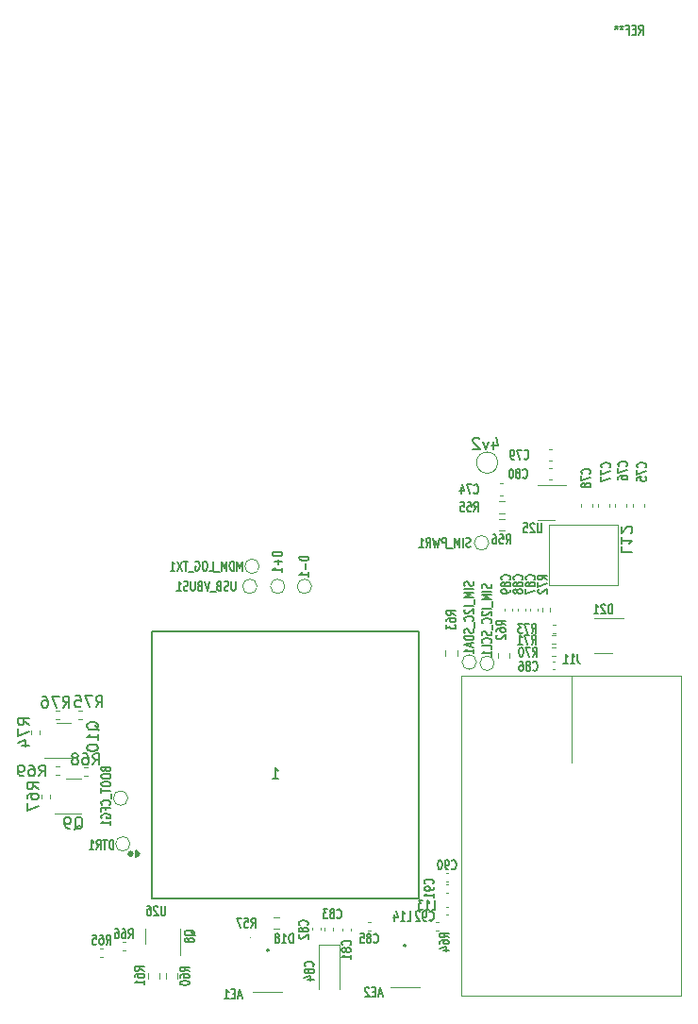
<source format=gbr>
G04 #@! TF.GenerationSoftware,KiCad,Pcbnew,7.0.2*
G04 #@! TF.CreationDate,2023-07-29T12:14:20+03:00*
G04 #@! TF.ProjectId,ELIESTER_V2,454c4945-5354-4455-925f-56322e6b6963,rev?*
G04 #@! TF.SameCoordinates,Original*
G04 #@! TF.FileFunction,Legend,Bot*
G04 #@! TF.FilePolarity,Positive*
%FSLAX46Y46*%
G04 Gerber Fmt 4.6, Leading zero omitted, Abs format (unit mm)*
G04 Created by KiCad (PCBNEW 7.0.2) date 2023-07-29 12:14:20*
%MOMM*%
%LPD*%
G01*
G04 APERTURE LIST*
%ADD10C,0.150000*%
%ADD11C,0.162500*%
%ADD12C,0.120000*%
%ADD13C,0.100000*%
%ADD14C,0.200000*%
%ADD15C,0.127000*%
G04 APERTURE END LIST*
D10*
X204500000Y-128000000D02*
G75*
G03*
X204500000Y-128000000I-100000J0D01*
G01*
X204400001Y-128000000D02*
G75*
G03*
X204400001Y-128000000I-1J0D01*
G01*
X204600000Y-128000000D02*
G75*
G03*
X204600000Y-128000000I-200000J0D01*
G01*
X236933333Y-91010952D02*
X236933333Y-91677619D01*
X237171428Y-90630000D02*
X237409523Y-91344285D01*
X237409523Y-91344285D02*
X236790476Y-91344285D01*
X236504761Y-91010952D02*
X236266666Y-91677619D01*
X236266666Y-91677619D02*
X236028571Y-91010952D01*
X235695237Y-90772857D02*
X235647618Y-90725238D01*
X235647618Y-90725238D02*
X235552380Y-90677619D01*
X235552380Y-90677619D02*
X235314285Y-90677619D01*
X235314285Y-90677619D02*
X235219047Y-90725238D01*
X235219047Y-90725238D02*
X235171428Y-90772857D01*
X235171428Y-90772857D02*
X235123809Y-90868095D01*
X235123809Y-90868095D02*
X235123809Y-90963333D01*
X235123809Y-90963333D02*
X235171428Y-91106190D01*
X235171428Y-91106190D02*
X235742856Y-91677619D01*
X235742856Y-91677619D02*
X235123809Y-91677619D01*
X198312857Y-114862619D02*
X198646190Y-114386428D01*
X198884285Y-114862619D02*
X198884285Y-113862619D01*
X198884285Y-113862619D02*
X198503333Y-113862619D01*
X198503333Y-113862619D02*
X198408095Y-113910238D01*
X198408095Y-113910238D02*
X198360476Y-113957857D01*
X198360476Y-113957857D02*
X198312857Y-114053095D01*
X198312857Y-114053095D02*
X198312857Y-114195952D01*
X198312857Y-114195952D02*
X198360476Y-114291190D01*
X198360476Y-114291190D02*
X198408095Y-114338809D01*
X198408095Y-114338809D02*
X198503333Y-114386428D01*
X198503333Y-114386428D02*
X198884285Y-114386428D01*
X197979523Y-113862619D02*
X197312857Y-113862619D01*
X197312857Y-113862619D02*
X197741428Y-114862619D01*
X196503333Y-113862619D02*
X196693809Y-113862619D01*
X196693809Y-113862619D02*
X196789047Y-113910238D01*
X196789047Y-113910238D02*
X196836666Y-113957857D01*
X196836666Y-113957857D02*
X196931904Y-114100714D01*
X196931904Y-114100714D02*
X196979523Y-114291190D01*
X196979523Y-114291190D02*
X196979523Y-114672142D01*
X196979523Y-114672142D02*
X196931904Y-114767380D01*
X196931904Y-114767380D02*
X196884285Y-114815000D01*
X196884285Y-114815000D02*
X196789047Y-114862619D01*
X196789047Y-114862619D02*
X196598571Y-114862619D01*
X196598571Y-114862619D02*
X196503333Y-114815000D01*
X196503333Y-114815000D02*
X196455714Y-114767380D01*
X196455714Y-114767380D02*
X196408095Y-114672142D01*
X196408095Y-114672142D02*
X196408095Y-114434047D01*
X196408095Y-114434047D02*
X196455714Y-114338809D01*
X196455714Y-114338809D02*
X196503333Y-114291190D01*
X196503333Y-114291190D02*
X196598571Y-114243571D01*
X196598571Y-114243571D02*
X196789047Y-114243571D01*
X196789047Y-114243571D02*
X196884285Y-114291190D01*
X196884285Y-114291190D02*
X196931904Y-114338809D01*
X196931904Y-114338809D02*
X196979523Y-114434047D01*
X201272857Y-114832619D02*
X201606190Y-114356428D01*
X201844285Y-114832619D02*
X201844285Y-113832619D01*
X201844285Y-113832619D02*
X201463333Y-113832619D01*
X201463333Y-113832619D02*
X201368095Y-113880238D01*
X201368095Y-113880238D02*
X201320476Y-113927857D01*
X201320476Y-113927857D02*
X201272857Y-114023095D01*
X201272857Y-114023095D02*
X201272857Y-114165952D01*
X201272857Y-114165952D02*
X201320476Y-114261190D01*
X201320476Y-114261190D02*
X201368095Y-114308809D01*
X201368095Y-114308809D02*
X201463333Y-114356428D01*
X201463333Y-114356428D02*
X201844285Y-114356428D01*
X200939523Y-113832619D02*
X200272857Y-113832619D01*
X200272857Y-113832619D02*
X200701428Y-114832619D01*
X199415714Y-113832619D02*
X199891904Y-113832619D01*
X199891904Y-113832619D02*
X199939523Y-114308809D01*
X199939523Y-114308809D02*
X199891904Y-114261190D01*
X199891904Y-114261190D02*
X199796666Y-114213571D01*
X199796666Y-114213571D02*
X199558571Y-114213571D01*
X199558571Y-114213571D02*
X199463333Y-114261190D01*
X199463333Y-114261190D02*
X199415714Y-114308809D01*
X199415714Y-114308809D02*
X199368095Y-114404047D01*
X199368095Y-114404047D02*
X199368095Y-114642142D01*
X199368095Y-114642142D02*
X199415714Y-114737380D01*
X199415714Y-114737380D02*
X199463333Y-114785000D01*
X199463333Y-114785000D02*
X199558571Y-114832619D01*
X199558571Y-114832619D02*
X199796666Y-114832619D01*
X199796666Y-114832619D02*
X199891904Y-114785000D01*
X199891904Y-114785000D02*
X199939523Y-114737380D01*
X195292619Y-116437142D02*
X194816428Y-116103809D01*
X195292619Y-115865714D02*
X194292619Y-115865714D01*
X194292619Y-115865714D02*
X194292619Y-116246666D01*
X194292619Y-116246666D02*
X194340238Y-116341904D01*
X194340238Y-116341904D02*
X194387857Y-116389523D01*
X194387857Y-116389523D02*
X194483095Y-116437142D01*
X194483095Y-116437142D02*
X194625952Y-116437142D01*
X194625952Y-116437142D02*
X194721190Y-116389523D01*
X194721190Y-116389523D02*
X194768809Y-116341904D01*
X194768809Y-116341904D02*
X194816428Y-116246666D01*
X194816428Y-116246666D02*
X194816428Y-115865714D01*
X194292619Y-116770476D02*
X194292619Y-117437142D01*
X194292619Y-117437142D02*
X195292619Y-117008571D01*
X194625952Y-118246666D02*
X195292619Y-118246666D01*
X194245000Y-118008571D02*
X194959285Y-117770476D01*
X194959285Y-117770476D02*
X194959285Y-118389523D01*
X196182857Y-121022619D02*
X196516190Y-120546428D01*
X196754285Y-121022619D02*
X196754285Y-120022619D01*
X196754285Y-120022619D02*
X196373333Y-120022619D01*
X196373333Y-120022619D02*
X196278095Y-120070238D01*
X196278095Y-120070238D02*
X196230476Y-120117857D01*
X196230476Y-120117857D02*
X196182857Y-120213095D01*
X196182857Y-120213095D02*
X196182857Y-120355952D01*
X196182857Y-120355952D02*
X196230476Y-120451190D01*
X196230476Y-120451190D02*
X196278095Y-120498809D01*
X196278095Y-120498809D02*
X196373333Y-120546428D01*
X196373333Y-120546428D02*
X196754285Y-120546428D01*
X195325714Y-120022619D02*
X195516190Y-120022619D01*
X195516190Y-120022619D02*
X195611428Y-120070238D01*
X195611428Y-120070238D02*
X195659047Y-120117857D01*
X195659047Y-120117857D02*
X195754285Y-120260714D01*
X195754285Y-120260714D02*
X195801904Y-120451190D01*
X195801904Y-120451190D02*
X195801904Y-120832142D01*
X195801904Y-120832142D02*
X195754285Y-120927380D01*
X195754285Y-120927380D02*
X195706666Y-120975000D01*
X195706666Y-120975000D02*
X195611428Y-121022619D01*
X195611428Y-121022619D02*
X195420952Y-121022619D01*
X195420952Y-121022619D02*
X195325714Y-120975000D01*
X195325714Y-120975000D02*
X195278095Y-120927380D01*
X195278095Y-120927380D02*
X195230476Y-120832142D01*
X195230476Y-120832142D02*
X195230476Y-120594047D01*
X195230476Y-120594047D02*
X195278095Y-120498809D01*
X195278095Y-120498809D02*
X195325714Y-120451190D01*
X195325714Y-120451190D02*
X195420952Y-120403571D01*
X195420952Y-120403571D02*
X195611428Y-120403571D01*
X195611428Y-120403571D02*
X195706666Y-120451190D01*
X195706666Y-120451190D02*
X195754285Y-120498809D01*
X195754285Y-120498809D02*
X195801904Y-120594047D01*
X194754285Y-121022619D02*
X194563809Y-121022619D01*
X194563809Y-121022619D02*
X194468571Y-120975000D01*
X194468571Y-120975000D02*
X194420952Y-120927380D01*
X194420952Y-120927380D02*
X194325714Y-120784523D01*
X194325714Y-120784523D02*
X194278095Y-120594047D01*
X194278095Y-120594047D02*
X194278095Y-120213095D01*
X194278095Y-120213095D02*
X194325714Y-120117857D01*
X194325714Y-120117857D02*
X194373333Y-120070238D01*
X194373333Y-120070238D02*
X194468571Y-120022619D01*
X194468571Y-120022619D02*
X194659047Y-120022619D01*
X194659047Y-120022619D02*
X194754285Y-120070238D01*
X194754285Y-120070238D02*
X194801904Y-120117857D01*
X194801904Y-120117857D02*
X194849523Y-120213095D01*
X194849523Y-120213095D02*
X194849523Y-120451190D01*
X194849523Y-120451190D02*
X194801904Y-120546428D01*
X194801904Y-120546428D02*
X194754285Y-120594047D01*
X194754285Y-120594047D02*
X194659047Y-120641666D01*
X194659047Y-120641666D02*
X194468571Y-120641666D01*
X194468571Y-120641666D02*
X194373333Y-120594047D01*
X194373333Y-120594047D02*
X194325714Y-120546428D01*
X194325714Y-120546428D02*
X194278095Y-120451190D01*
X201012857Y-119992619D02*
X201346190Y-119516428D01*
X201584285Y-119992619D02*
X201584285Y-118992619D01*
X201584285Y-118992619D02*
X201203333Y-118992619D01*
X201203333Y-118992619D02*
X201108095Y-119040238D01*
X201108095Y-119040238D02*
X201060476Y-119087857D01*
X201060476Y-119087857D02*
X201012857Y-119183095D01*
X201012857Y-119183095D02*
X201012857Y-119325952D01*
X201012857Y-119325952D02*
X201060476Y-119421190D01*
X201060476Y-119421190D02*
X201108095Y-119468809D01*
X201108095Y-119468809D02*
X201203333Y-119516428D01*
X201203333Y-119516428D02*
X201584285Y-119516428D01*
X200155714Y-118992619D02*
X200346190Y-118992619D01*
X200346190Y-118992619D02*
X200441428Y-119040238D01*
X200441428Y-119040238D02*
X200489047Y-119087857D01*
X200489047Y-119087857D02*
X200584285Y-119230714D01*
X200584285Y-119230714D02*
X200631904Y-119421190D01*
X200631904Y-119421190D02*
X200631904Y-119802142D01*
X200631904Y-119802142D02*
X200584285Y-119897380D01*
X200584285Y-119897380D02*
X200536666Y-119945000D01*
X200536666Y-119945000D02*
X200441428Y-119992619D01*
X200441428Y-119992619D02*
X200250952Y-119992619D01*
X200250952Y-119992619D02*
X200155714Y-119945000D01*
X200155714Y-119945000D02*
X200108095Y-119897380D01*
X200108095Y-119897380D02*
X200060476Y-119802142D01*
X200060476Y-119802142D02*
X200060476Y-119564047D01*
X200060476Y-119564047D02*
X200108095Y-119468809D01*
X200108095Y-119468809D02*
X200155714Y-119421190D01*
X200155714Y-119421190D02*
X200250952Y-119373571D01*
X200250952Y-119373571D02*
X200441428Y-119373571D01*
X200441428Y-119373571D02*
X200536666Y-119421190D01*
X200536666Y-119421190D02*
X200584285Y-119468809D01*
X200584285Y-119468809D02*
X200631904Y-119564047D01*
X199489047Y-119421190D02*
X199584285Y-119373571D01*
X199584285Y-119373571D02*
X199631904Y-119325952D01*
X199631904Y-119325952D02*
X199679523Y-119230714D01*
X199679523Y-119230714D02*
X199679523Y-119183095D01*
X199679523Y-119183095D02*
X199631904Y-119087857D01*
X199631904Y-119087857D02*
X199584285Y-119040238D01*
X199584285Y-119040238D02*
X199489047Y-118992619D01*
X199489047Y-118992619D02*
X199298571Y-118992619D01*
X199298571Y-118992619D02*
X199203333Y-119040238D01*
X199203333Y-119040238D02*
X199155714Y-119087857D01*
X199155714Y-119087857D02*
X199108095Y-119183095D01*
X199108095Y-119183095D02*
X199108095Y-119230714D01*
X199108095Y-119230714D02*
X199155714Y-119325952D01*
X199155714Y-119325952D02*
X199203333Y-119373571D01*
X199203333Y-119373571D02*
X199298571Y-119421190D01*
X199298571Y-119421190D02*
X199489047Y-119421190D01*
X199489047Y-119421190D02*
X199584285Y-119468809D01*
X199584285Y-119468809D02*
X199631904Y-119516428D01*
X199631904Y-119516428D02*
X199679523Y-119611666D01*
X199679523Y-119611666D02*
X199679523Y-119802142D01*
X199679523Y-119802142D02*
X199631904Y-119897380D01*
X199631904Y-119897380D02*
X199584285Y-119945000D01*
X199584285Y-119945000D02*
X199489047Y-119992619D01*
X199489047Y-119992619D02*
X199298571Y-119992619D01*
X199298571Y-119992619D02*
X199203333Y-119945000D01*
X199203333Y-119945000D02*
X199155714Y-119897380D01*
X199155714Y-119897380D02*
X199108095Y-119802142D01*
X199108095Y-119802142D02*
X199108095Y-119611666D01*
X199108095Y-119611666D02*
X199155714Y-119516428D01*
X199155714Y-119516428D02*
X199203333Y-119468809D01*
X199203333Y-119468809D02*
X199298571Y-119421190D01*
X196112619Y-122197142D02*
X195636428Y-121863809D01*
X196112619Y-121625714D02*
X195112619Y-121625714D01*
X195112619Y-121625714D02*
X195112619Y-122006666D01*
X195112619Y-122006666D02*
X195160238Y-122101904D01*
X195160238Y-122101904D02*
X195207857Y-122149523D01*
X195207857Y-122149523D02*
X195303095Y-122197142D01*
X195303095Y-122197142D02*
X195445952Y-122197142D01*
X195445952Y-122197142D02*
X195541190Y-122149523D01*
X195541190Y-122149523D02*
X195588809Y-122101904D01*
X195588809Y-122101904D02*
X195636428Y-122006666D01*
X195636428Y-122006666D02*
X195636428Y-121625714D01*
X195112619Y-123054285D02*
X195112619Y-122863809D01*
X195112619Y-122863809D02*
X195160238Y-122768571D01*
X195160238Y-122768571D02*
X195207857Y-122720952D01*
X195207857Y-122720952D02*
X195350714Y-122625714D01*
X195350714Y-122625714D02*
X195541190Y-122578095D01*
X195541190Y-122578095D02*
X195922142Y-122578095D01*
X195922142Y-122578095D02*
X196017380Y-122625714D01*
X196017380Y-122625714D02*
X196065000Y-122673333D01*
X196065000Y-122673333D02*
X196112619Y-122768571D01*
X196112619Y-122768571D02*
X196112619Y-122959047D01*
X196112619Y-122959047D02*
X196065000Y-123054285D01*
X196065000Y-123054285D02*
X196017380Y-123101904D01*
X196017380Y-123101904D02*
X195922142Y-123149523D01*
X195922142Y-123149523D02*
X195684047Y-123149523D01*
X195684047Y-123149523D02*
X195588809Y-123101904D01*
X195588809Y-123101904D02*
X195541190Y-123054285D01*
X195541190Y-123054285D02*
X195493571Y-122959047D01*
X195493571Y-122959047D02*
X195493571Y-122768571D01*
X195493571Y-122768571D02*
X195541190Y-122673333D01*
X195541190Y-122673333D02*
X195588809Y-122625714D01*
X195588809Y-122625714D02*
X195684047Y-122578095D01*
X195112619Y-123482857D02*
X195112619Y-124149523D01*
X195112619Y-124149523D02*
X196112619Y-123720952D01*
X201567857Y-116908571D02*
X201520238Y-116813333D01*
X201520238Y-116813333D02*
X201425000Y-116718095D01*
X201425000Y-116718095D02*
X201282142Y-116575238D01*
X201282142Y-116575238D02*
X201234523Y-116480000D01*
X201234523Y-116480000D02*
X201234523Y-116384762D01*
X201472619Y-116432381D02*
X201425000Y-116337143D01*
X201425000Y-116337143D02*
X201329761Y-116241905D01*
X201329761Y-116241905D02*
X201139285Y-116194286D01*
X201139285Y-116194286D02*
X200805952Y-116194286D01*
X200805952Y-116194286D02*
X200615476Y-116241905D01*
X200615476Y-116241905D02*
X200520238Y-116337143D01*
X200520238Y-116337143D02*
X200472619Y-116432381D01*
X200472619Y-116432381D02*
X200472619Y-116622857D01*
X200472619Y-116622857D02*
X200520238Y-116718095D01*
X200520238Y-116718095D02*
X200615476Y-116813333D01*
X200615476Y-116813333D02*
X200805952Y-116860952D01*
X200805952Y-116860952D02*
X201139285Y-116860952D01*
X201139285Y-116860952D02*
X201329761Y-116813333D01*
X201329761Y-116813333D02*
X201425000Y-116718095D01*
X201425000Y-116718095D02*
X201472619Y-116622857D01*
X201472619Y-116622857D02*
X201472619Y-116432381D01*
X201472619Y-117813333D02*
X201472619Y-117241905D01*
X201472619Y-117527619D02*
X200472619Y-117527619D01*
X200472619Y-117527619D02*
X200615476Y-117432381D01*
X200615476Y-117432381D02*
X200710714Y-117337143D01*
X200710714Y-117337143D02*
X200758333Y-117241905D01*
X200472619Y-118432381D02*
X200472619Y-118527619D01*
X200472619Y-118527619D02*
X200520238Y-118622857D01*
X200520238Y-118622857D02*
X200567857Y-118670476D01*
X200567857Y-118670476D02*
X200663095Y-118718095D01*
X200663095Y-118718095D02*
X200853571Y-118765714D01*
X200853571Y-118765714D02*
X201091666Y-118765714D01*
X201091666Y-118765714D02*
X201282142Y-118718095D01*
X201282142Y-118718095D02*
X201377380Y-118670476D01*
X201377380Y-118670476D02*
X201425000Y-118622857D01*
X201425000Y-118622857D02*
X201472619Y-118527619D01*
X201472619Y-118527619D02*
X201472619Y-118432381D01*
X201472619Y-118432381D02*
X201425000Y-118337143D01*
X201425000Y-118337143D02*
X201377380Y-118289524D01*
X201377380Y-118289524D02*
X201282142Y-118241905D01*
X201282142Y-118241905D02*
X201091666Y-118194286D01*
X201091666Y-118194286D02*
X200853571Y-118194286D01*
X200853571Y-118194286D02*
X200663095Y-118241905D01*
X200663095Y-118241905D02*
X200567857Y-118289524D01*
X200567857Y-118289524D02*
X200520238Y-118337143D01*
X200520238Y-118337143D02*
X200472619Y-118432381D01*
X199365238Y-125807857D02*
X199460476Y-125760238D01*
X199460476Y-125760238D02*
X199555714Y-125665000D01*
X199555714Y-125665000D02*
X199698571Y-125522142D01*
X199698571Y-125522142D02*
X199793809Y-125474523D01*
X199793809Y-125474523D02*
X199889047Y-125474523D01*
X199841428Y-125712619D02*
X199936666Y-125665000D01*
X199936666Y-125665000D02*
X200031904Y-125569761D01*
X200031904Y-125569761D02*
X200079523Y-125379285D01*
X200079523Y-125379285D02*
X200079523Y-125045952D01*
X200079523Y-125045952D02*
X200031904Y-124855476D01*
X200031904Y-124855476D02*
X199936666Y-124760238D01*
X199936666Y-124760238D02*
X199841428Y-124712619D01*
X199841428Y-124712619D02*
X199650952Y-124712619D01*
X199650952Y-124712619D02*
X199555714Y-124760238D01*
X199555714Y-124760238D02*
X199460476Y-124855476D01*
X199460476Y-124855476D02*
X199412857Y-125045952D01*
X199412857Y-125045952D02*
X199412857Y-125379285D01*
X199412857Y-125379285D02*
X199460476Y-125569761D01*
X199460476Y-125569761D02*
X199555714Y-125665000D01*
X199555714Y-125665000D02*
X199650952Y-125712619D01*
X199650952Y-125712619D02*
X199841428Y-125712619D01*
X198936666Y-125712619D02*
X198746190Y-125712619D01*
X198746190Y-125712619D02*
X198650952Y-125665000D01*
X198650952Y-125665000D02*
X198603333Y-125617380D01*
X198603333Y-125617380D02*
X198508095Y-125474523D01*
X198508095Y-125474523D02*
X198460476Y-125284047D01*
X198460476Y-125284047D02*
X198460476Y-124903095D01*
X198460476Y-124903095D02*
X198508095Y-124807857D01*
X198508095Y-124807857D02*
X198555714Y-124760238D01*
X198555714Y-124760238D02*
X198650952Y-124712619D01*
X198650952Y-124712619D02*
X198841428Y-124712619D01*
X198841428Y-124712619D02*
X198936666Y-124760238D01*
X198936666Y-124760238D02*
X198984285Y-124807857D01*
X198984285Y-124807857D02*
X199031904Y-124903095D01*
X199031904Y-124903095D02*
X199031904Y-125141190D01*
X199031904Y-125141190D02*
X198984285Y-125236428D01*
X198984285Y-125236428D02*
X198936666Y-125284047D01*
X198936666Y-125284047D02*
X198841428Y-125331666D01*
X198841428Y-125331666D02*
X198650952Y-125331666D01*
X198650952Y-125331666D02*
X198555714Y-125284047D01*
X198555714Y-125284047D02*
X198508095Y-125236428D01*
X198508095Y-125236428D02*
X198460476Y-125141190D01*
X241304762Y-98343227D02*
X241304762Y-99031322D01*
X241304762Y-99031322D02*
X241273809Y-99112274D01*
X241273809Y-99112274D02*
X241242857Y-99152751D01*
X241242857Y-99152751D02*
X241180952Y-99193227D01*
X241180952Y-99193227D02*
X241057143Y-99193227D01*
X241057143Y-99193227D02*
X240995238Y-99152751D01*
X240995238Y-99152751D02*
X240964285Y-99112274D01*
X240964285Y-99112274D02*
X240933333Y-99031322D01*
X240933333Y-99031322D02*
X240933333Y-98343227D01*
X240654762Y-98424179D02*
X240623810Y-98383703D01*
X240623810Y-98383703D02*
X240561905Y-98343227D01*
X240561905Y-98343227D02*
X240407143Y-98343227D01*
X240407143Y-98343227D02*
X240345238Y-98383703D01*
X240345238Y-98383703D02*
X240314286Y-98424179D01*
X240314286Y-98424179D02*
X240283333Y-98505131D01*
X240283333Y-98505131D02*
X240283333Y-98586084D01*
X240283333Y-98586084D02*
X240314286Y-98707512D01*
X240314286Y-98707512D02*
X240685714Y-99193227D01*
X240685714Y-99193227D02*
X240283333Y-99193227D01*
X239695238Y-98343227D02*
X240004762Y-98343227D01*
X240004762Y-98343227D02*
X240035714Y-98747989D01*
X240035714Y-98747989D02*
X240004762Y-98707512D01*
X240004762Y-98707512D02*
X239942857Y-98667036D01*
X239942857Y-98667036D02*
X239788095Y-98667036D01*
X239788095Y-98667036D02*
X239726190Y-98707512D01*
X239726190Y-98707512D02*
X239695238Y-98747989D01*
X239695238Y-98747989D02*
X239664285Y-98828941D01*
X239664285Y-98828941D02*
X239664285Y-99031322D01*
X239664285Y-99031322D02*
X239695238Y-99112274D01*
X239695238Y-99112274D02*
X239726190Y-99152751D01*
X239726190Y-99152751D02*
X239788095Y-99193227D01*
X239788095Y-99193227D02*
X239942857Y-99193227D01*
X239942857Y-99193227D02*
X240004762Y-99152751D01*
X240004762Y-99152751D02*
X240035714Y-99112274D01*
X202207857Y-136123227D02*
X202424524Y-135718465D01*
X202579286Y-136123227D02*
X202579286Y-135273227D01*
X202579286Y-135273227D02*
X202331667Y-135273227D01*
X202331667Y-135273227D02*
X202269762Y-135313703D01*
X202269762Y-135313703D02*
X202238809Y-135354179D01*
X202238809Y-135354179D02*
X202207857Y-135435131D01*
X202207857Y-135435131D02*
X202207857Y-135556560D01*
X202207857Y-135556560D02*
X202238809Y-135637512D01*
X202238809Y-135637512D02*
X202269762Y-135677989D01*
X202269762Y-135677989D02*
X202331667Y-135718465D01*
X202331667Y-135718465D02*
X202579286Y-135718465D01*
X201650714Y-135273227D02*
X201774524Y-135273227D01*
X201774524Y-135273227D02*
X201836428Y-135313703D01*
X201836428Y-135313703D02*
X201867381Y-135354179D01*
X201867381Y-135354179D02*
X201929286Y-135475608D01*
X201929286Y-135475608D02*
X201960238Y-135637512D01*
X201960238Y-135637512D02*
X201960238Y-135961322D01*
X201960238Y-135961322D02*
X201929286Y-136042274D01*
X201929286Y-136042274D02*
X201898333Y-136082751D01*
X201898333Y-136082751D02*
X201836428Y-136123227D01*
X201836428Y-136123227D02*
X201712619Y-136123227D01*
X201712619Y-136123227D02*
X201650714Y-136082751D01*
X201650714Y-136082751D02*
X201619762Y-136042274D01*
X201619762Y-136042274D02*
X201588809Y-135961322D01*
X201588809Y-135961322D02*
X201588809Y-135758941D01*
X201588809Y-135758941D02*
X201619762Y-135677989D01*
X201619762Y-135677989D02*
X201650714Y-135637512D01*
X201650714Y-135637512D02*
X201712619Y-135597036D01*
X201712619Y-135597036D02*
X201836428Y-135597036D01*
X201836428Y-135597036D02*
X201898333Y-135637512D01*
X201898333Y-135637512D02*
X201929286Y-135677989D01*
X201929286Y-135677989D02*
X201960238Y-135758941D01*
X201000714Y-135273227D02*
X201310238Y-135273227D01*
X201310238Y-135273227D02*
X201341190Y-135677989D01*
X201341190Y-135677989D02*
X201310238Y-135637512D01*
X201310238Y-135637512D02*
X201248333Y-135597036D01*
X201248333Y-135597036D02*
X201093571Y-135597036D01*
X201093571Y-135597036D02*
X201031666Y-135637512D01*
X201031666Y-135637512D02*
X201000714Y-135677989D01*
X201000714Y-135677989D02*
X200969761Y-135758941D01*
X200969761Y-135758941D02*
X200969761Y-135961322D01*
X200969761Y-135961322D02*
X201000714Y-136042274D01*
X201000714Y-136042274D02*
X201031666Y-136082751D01*
X201031666Y-136082751D02*
X201093571Y-136123227D01*
X201093571Y-136123227D02*
X201248333Y-136123227D01*
X201248333Y-136123227D02*
X201310238Y-136082751D01*
X201310238Y-136082751D02*
X201341190Y-136042274D01*
D11*
X226958333Y-140550370D02*
X226648809Y-140550370D01*
X227020238Y-140793227D02*
X226803571Y-139943227D01*
X226803571Y-139943227D02*
X226586904Y-140793227D01*
X226370238Y-140347989D02*
X226153571Y-140347989D01*
X226060714Y-140793227D02*
X226370238Y-140793227D01*
X226370238Y-140793227D02*
X226370238Y-139943227D01*
X226370238Y-139943227D02*
X226060714Y-139943227D01*
X225813095Y-140024179D02*
X225782143Y-139983703D01*
X225782143Y-139983703D02*
X225720238Y-139943227D01*
X225720238Y-139943227D02*
X225565476Y-139943227D01*
X225565476Y-139943227D02*
X225503571Y-139983703D01*
X225503571Y-139983703D02*
X225472619Y-140024179D01*
X225472619Y-140024179D02*
X225441666Y-140105131D01*
X225441666Y-140105131D02*
X225441666Y-140186084D01*
X225441666Y-140186084D02*
X225472619Y-140307512D01*
X225472619Y-140307512D02*
X225844047Y-140793227D01*
X225844047Y-140793227D02*
X225441666Y-140793227D01*
D10*
X250016666Y-54493227D02*
X250233333Y-54088465D01*
X250388095Y-54493227D02*
X250388095Y-53643227D01*
X250388095Y-53643227D02*
X250140476Y-53643227D01*
X250140476Y-53643227D02*
X250078571Y-53683703D01*
X250078571Y-53683703D02*
X250047618Y-53724179D01*
X250047618Y-53724179D02*
X250016666Y-53805131D01*
X250016666Y-53805131D02*
X250016666Y-53926560D01*
X250016666Y-53926560D02*
X250047618Y-54007512D01*
X250047618Y-54007512D02*
X250078571Y-54047989D01*
X250078571Y-54047989D02*
X250140476Y-54088465D01*
X250140476Y-54088465D02*
X250388095Y-54088465D01*
X249738095Y-54047989D02*
X249521428Y-54047989D01*
X249428571Y-54493227D02*
X249738095Y-54493227D01*
X249738095Y-54493227D02*
X249738095Y-53643227D01*
X249738095Y-53643227D02*
X249428571Y-53643227D01*
X248933333Y-54047989D02*
X249150000Y-54047989D01*
X249150000Y-54493227D02*
X249150000Y-53643227D01*
X249150000Y-53643227D02*
X248840476Y-53643227D01*
X248499999Y-53643227D02*
X248499999Y-53845608D01*
X248654761Y-53764655D02*
X248499999Y-53845608D01*
X248499999Y-53845608D02*
X248345238Y-53764655D01*
X248592857Y-54007512D02*
X248499999Y-53845608D01*
X248499999Y-53845608D02*
X248407142Y-54007512D01*
X248004761Y-53643227D02*
X248004761Y-53845608D01*
X248159523Y-53764655D02*
X248004761Y-53845608D01*
X248004761Y-53845608D02*
X247850000Y-53764655D01*
X248097619Y-54007512D02*
X248004761Y-53845608D01*
X248004761Y-53845608D02*
X247911904Y-54007512D01*
X235217857Y-95612274D02*
X235248809Y-95652751D01*
X235248809Y-95652751D02*
X235341667Y-95693227D01*
X235341667Y-95693227D02*
X235403571Y-95693227D01*
X235403571Y-95693227D02*
X235496428Y-95652751D01*
X235496428Y-95652751D02*
X235558333Y-95571798D01*
X235558333Y-95571798D02*
X235589286Y-95490846D01*
X235589286Y-95490846D02*
X235620238Y-95328941D01*
X235620238Y-95328941D02*
X235620238Y-95207512D01*
X235620238Y-95207512D02*
X235589286Y-95045608D01*
X235589286Y-95045608D02*
X235558333Y-94964655D01*
X235558333Y-94964655D02*
X235496428Y-94883703D01*
X235496428Y-94883703D02*
X235403571Y-94843227D01*
X235403571Y-94843227D02*
X235341667Y-94843227D01*
X235341667Y-94843227D02*
X235248809Y-94883703D01*
X235248809Y-94883703D02*
X235217857Y-94924179D01*
X235001190Y-94843227D02*
X234567857Y-94843227D01*
X234567857Y-94843227D02*
X234846428Y-95693227D01*
X234041666Y-95126560D02*
X234041666Y-95693227D01*
X234196428Y-94802751D02*
X234351190Y-95409893D01*
X234351190Y-95409893D02*
X233948809Y-95409893D01*
D11*
X214358333Y-140750370D02*
X214048809Y-140750370D01*
X214420238Y-140993227D02*
X214203571Y-140143227D01*
X214203571Y-140143227D02*
X213986904Y-140993227D01*
X213770238Y-140547989D02*
X213553571Y-140547989D01*
X213460714Y-140993227D02*
X213770238Y-140993227D01*
X213770238Y-140993227D02*
X213770238Y-140143227D01*
X213770238Y-140143227D02*
X213460714Y-140143227D01*
X212841666Y-140993227D02*
X213213095Y-140993227D01*
X213027381Y-140993227D02*
X213027381Y-140143227D01*
X213027381Y-140143227D02*
X213089285Y-140264655D01*
X213089285Y-140264655D02*
X213151190Y-140345608D01*
X213151190Y-140345608D02*
X213213095Y-140386084D01*
D10*
X248932274Y-93207142D02*
X248972751Y-93176190D01*
X248972751Y-93176190D02*
X249013227Y-93083332D01*
X249013227Y-93083332D02*
X249013227Y-93021428D01*
X249013227Y-93021428D02*
X248972751Y-92928571D01*
X248972751Y-92928571D02*
X248891798Y-92866666D01*
X248891798Y-92866666D02*
X248810846Y-92835713D01*
X248810846Y-92835713D02*
X248648941Y-92804761D01*
X248648941Y-92804761D02*
X248527512Y-92804761D01*
X248527512Y-92804761D02*
X248365608Y-92835713D01*
X248365608Y-92835713D02*
X248284655Y-92866666D01*
X248284655Y-92866666D02*
X248203703Y-92928571D01*
X248203703Y-92928571D02*
X248163227Y-93021428D01*
X248163227Y-93021428D02*
X248163227Y-93083332D01*
X248163227Y-93083332D02*
X248203703Y-93176190D01*
X248203703Y-93176190D02*
X248244179Y-93207142D01*
X248163227Y-93423809D02*
X248163227Y-93857142D01*
X248163227Y-93857142D02*
X249013227Y-93578571D01*
X248163227Y-94383333D02*
X248163227Y-94259523D01*
X248163227Y-94259523D02*
X248203703Y-94197619D01*
X248203703Y-94197619D02*
X248244179Y-94166666D01*
X248244179Y-94166666D02*
X248365608Y-94104761D01*
X248365608Y-94104761D02*
X248527512Y-94073809D01*
X248527512Y-94073809D02*
X248851322Y-94073809D01*
X248851322Y-94073809D02*
X248932274Y-94104761D01*
X248932274Y-94104761D02*
X248972751Y-94135714D01*
X248972751Y-94135714D02*
X249013227Y-94197619D01*
X249013227Y-94197619D02*
X249013227Y-94321428D01*
X249013227Y-94321428D02*
X248972751Y-94383333D01*
X248972751Y-94383333D02*
X248932274Y-94414285D01*
X248932274Y-94414285D02*
X248851322Y-94445238D01*
X248851322Y-94445238D02*
X248648941Y-94445238D01*
X248648941Y-94445238D02*
X248567989Y-94414285D01*
X248567989Y-94414285D02*
X248527512Y-94383333D01*
X248527512Y-94383333D02*
X248487036Y-94321428D01*
X248487036Y-94321428D02*
X248487036Y-94197619D01*
X248487036Y-94197619D02*
X248527512Y-94135714D01*
X248527512Y-94135714D02*
X248567989Y-94104761D01*
X248567989Y-94104761D02*
X248648941Y-94073809D01*
X218989286Y-135993227D02*
X218989286Y-135143227D01*
X218989286Y-135143227D02*
X218834524Y-135143227D01*
X218834524Y-135143227D02*
X218741667Y-135183703D01*
X218741667Y-135183703D02*
X218679762Y-135264655D01*
X218679762Y-135264655D02*
X218648809Y-135345608D01*
X218648809Y-135345608D02*
X218617857Y-135507512D01*
X218617857Y-135507512D02*
X218617857Y-135628941D01*
X218617857Y-135628941D02*
X218648809Y-135790846D01*
X218648809Y-135790846D02*
X218679762Y-135871798D01*
X218679762Y-135871798D02*
X218741667Y-135952751D01*
X218741667Y-135952751D02*
X218834524Y-135993227D01*
X218834524Y-135993227D02*
X218989286Y-135993227D01*
X217998809Y-135993227D02*
X218370238Y-135993227D01*
X218184524Y-135993227D02*
X218184524Y-135143227D01*
X218184524Y-135143227D02*
X218246428Y-135264655D01*
X218246428Y-135264655D02*
X218308333Y-135345608D01*
X218308333Y-135345608D02*
X218370238Y-135386084D01*
X217627380Y-135507512D02*
X217689285Y-135467036D01*
X217689285Y-135467036D02*
X217720238Y-135426560D01*
X217720238Y-135426560D02*
X217751190Y-135345608D01*
X217751190Y-135345608D02*
X217751190Y-135305131D01*
X217751190Y-135305131D02*
X217720238Y-135224179D01*
X217720238Y-135224179D02*
X217689285Y-135183703D01*
X217689285Y-135183703D02*
X217627380Y-135143227D01*
X217627380Y-135143227D02*
X217503571Y-135143227D01*
X217503571Y-135143227D02*
X217441666Y-135183703D01*
X217441666Y-135183703D02*
X217410714Y-135224179D01*
X217410714Y-135224179D02*
X217379761Y-135305131D01*
X217379761Y-135305131D02*
X217379761Y-135345608D01*
X217379761Y-135345608D02*
X217410714Y-135426560D01*
X217410714Y-135426560D02*
X217441666Y-135467036D01*
X217441666Y-135467036D02*
X217503571Y-135507512D01*
X217503571Y-135507512D02*
X217627380Y-135507512D01*
X217627380Y-135507512D02*
X217689285Y-135547989D01*
X217689285Y-135547989D02*
X217720238Y-135588465D01*
X217720238Y-135588465D02*
X217751190Y-135669417D01*
X217751190Y-135669417D02*
X217751190Y-135831322D01*
X217751190Y-135831322D02*
X217720238Y-135912274D01*
X217720238Y-135912274D02*
X217689285Y-135952751D01*
X217689285Y-135952751D02*
X217627380Y-135993227D01*
X217627380Y-135993227D02*
X217503571Y-135993227D01*
X217503571Y-135993227D02*
X217441666Y-135952751D01*
X217441666Y-135952751D02*
X217410714Y-135912274D01*
X217410714Y-135912274D02*
X217379761Y-135831322D01*
X217379761Y-135831322D02*
X217379761Y-135669417D01*
X217379761Y-135669417D02*
X217410714Y-135588465D01*
X217410714Y-135588465D02*
X217441666Y-135547989D01*
X217441666Y-135547989D02*
X217503571Y-135507512D01*
X250602274Y-93307142D02*
X250642751Y-93276190D01*
X250642751Y-93276190D02*
X250683227Y-93183332D01*
X250683227Y-93183332D02*
X250683227Y-93121428D01*
X250683227Y-93121428D02*
X250642751Y-93028571D01*
X250642751Y-93028571D02*
X250561798Y-92966666D01*
X250561798Y-92966666D02*
X250480846Y-92935713D01*
X250480846Y-92935713D02*
X250318941Y-92904761D01*
X250318941Y-92904761D02*
X250197512Y-92904761D01*
X250197512Y-92904761D02*
X250035608Y-92935713D01*
X250035608Y-92935713D02*
X249954655Y-92966666D01*
X249954655Y-92966666D02*
X249873703Y-93028571D01*
X249873703Y-93028571D02*
X249833227Y-93121428D01*
X249833227Y-93121428D02*
X249833227Y-93183332D01*
X249833227Y-93183332D02*
X249873703Y-93276190D01*
X249873703Y-93276190D02*
X249914179Y-93307142D01*
X249833227Y-93523809D02*
X249833227Y-93957142D01*
X249833227Y-93957142D02*
X250683227Y-93678571D01*
X249833227Y-94514285D02*
X249833227Y-94204761D01*
X249833227Y-94204761D02*
X250237989Y-94173809D01*
X250237989Y-94173809D02*
X250197512Y-94204761D01*
X250197512Y-94204761D02*
X250157036Y-94266666D01*
X250157036Y-94266666D02*
X250157036Y-94421428D01*
X250157036Y-94421428D02*
X250197512Y-94483333D01*
X250197512Y-94483333D02*
X250237989Y-94514285D01*
X250237989Y-94514285D02*
X250318941Y-94545238D01*
X250318941Y-94545238D02*
X250521322Y-94545238D01*
X250521322Y-94545238D02*
X250602274Y-94514285D01*
X250602274Y-94514285D02*
X250642751Y-94483333D01*
X250642751Y-94483333D02*
X250683227Y-94421428D01*
X250683227Y-94421428D02*
X250683227Y-94266666D01*
X250683227Y-94266666D02*
X250642751Y-94204761D01*
X250642751Y-94204761D02*
X250602274Y-94173809D01*
X215217857Y-134593227D02*
X215434524Y-134188465D01*
X215589286Y-134593227D02*
X215589286Y-133743227D01*
X215589286Y-133743227D02*
X215341667Y-133743227D01*
X215341667Y-133743227D02*
X215279762Y-133783703D01*
X215279762Y-133783703D02*
X215248809Y-133824179D01*
X215248809Y-133824179D02*
X215217857Y-133905131D01*
X215217857Y-133905131D02*
X215217857Y-134026560D01*
X215217857Y-134026560D02*
X215248809Y-134107512D01*
X215248809Y-134107512D02*
X215279762Y-134147989D01*
X215279762Y-134147989D02*
X215341667Y-134188465D01*
X215341667Y-134188465D02*
X215589286Y-134188465D01*
X214629762Y-133743227D02*
X214939286Y-133743227D01*
X214939286Y-133743227D02*
X214970238Y-134147989D01*
X214970238Y-134147989D02*
X214939286Y-134107512D01*
X214939286Y-134107512D02*
X214877381Y-134067036D01*
X214877381Y-134067036D02*
X214722619Y-134067036D01*
X214722619Y-134067036D02*
X214660714Y-134107512D01*
X214660714Y-134107512D02*
X214629762Y-134147989D01*
X214629762Y-134147989D02*
X214598809Y-134228941D01*
X214598809Y-134228941D02*
X214598809Y-134431322D01*
X214598809Y-134431322D02*
X214629762Y-134512274D01*
X214629762Y-134512274D02*
X214660714Y-134552751D01*
X214660714Y-134552751D02*
X214722619Y-134593227D01*
X214722619Y-134593227D02*
X214877381Y-134593227D01*
X214877381Y-134593227D02*
X214939286Y-134552751D01*
X214939286Y-134552751D02*
X214970238Y-134512274D01*
X214382142Y-133743227D02*
X213948809Y-133743227D01*
X213948809Y-133743227D02*
X214227380Y-134593227D01*
X236752751Y-103796428D02*
X236793227Y-103889285D01*
X236793227Y-103889285D02*
X236793227Y-104044047D01*
X236793227Y-104044047D02*
X236752751Y-104105952D01*
X236752751Y-104105952D02*
X236712274Y-104136904D01*
X236712274Y-104136904D02*
X236631322Y-104167857D01*
X236631322Y-104167857D02*
X236550370Y-104167857D01*
X236550370Y-104167857D02*
X236469417Y-104136904D01*
X236469417Y-104136904D02*
X236428941Y-104105952D01*
X236428941Y-104105952D02*
X236388465Y-104044047D01*
X236388465Y-104044047D02*
X236347989Y-103920238D01*
X236347989Y-103920238D02*
X236307512Y-103858333D01*
X236307512Y-103858333D02*
X236267036Y-103827380D01*
X236267036Y-103827380D02*
X236186084Y-103796428D01*
X236186084Y-103796428D02*
X236105131Y-103796428D01*
X236105131Y-103796428D02*
X236024179Y-103827380D01*
X236024179Y-103827380D02*
X235983703Y-103858333D01*
X235983703Y-103858333D02*
X235943227Y-103920238D01*
X235943227Y-103920238D02*
X235943227Y-104074999D01*
X235943227Y-104074999D02*
X235983703Y-104167857D01*
X236793227Y-104446428D02*
X235943227Y-104446428D01*
X236793227Y-104755952D02*
X235943227Y-104755952D01*
X235943227Y-104755952D02*
X236550370Y-104972619D01*
X236550370Y-104972619D02*
X235943227Y-105189286D01*
X235943227Y-105189286D02*
X236793227Y-105189286D01*
X236874179Y-105344048D02*
X236874179Y-105839286D01*
X236793227Y-105994047D02*
X235943227Y-105994047D01*
X236024179Y-106272619D02*
X235983703Y-106303571D01*
X235983703Y-106303571D02*
X235943227Y-106365476D01*
X235943227Y-106365476D02*
X235943227Y-106520238D01*
X235943227Y-106520238D02*
X235983703Y-106582143D01*
X235983703Y-106582143D02*
X236024179Y-106613095D01*
X236024179Y-106613095D02*
X236105131Y-106644048D01*
X236105131Y-106644048D02*
X236186084Y-106644048D01*
X236186084Y-106644048D02*
X236307512Y-106613095D01*
X236307512Y-106613095D02*
X236793227Y-106241667D01*
X236793227Y-106241667D02*
X236793227Y-106644048D01*
X236712274Y-107294048D02*
X236752751Y-107263096D01*
X236752751Y-107263096D02*
X236793227Y-107170238D01*
X236793227Y-107170238D02*
X236793227Y-107108334D01*
X236793227Y-107108334D02*
X236752751Y-107015477D01*
X236752751Y-107015477D02*
X236671798Y-106953572D01*
X236671798Y-106953572D02*
X236590846Y-106922619D01*
X236590846Y-106922619D02*
X236428941Y-106891667D01*
X236428941Y-106891667D02*
X236307512Y-106891667D01*
X236307512Y-106891667D02*
X236145608Y-106922619D01*
X236145608Y-106922619D02*
X236064655Y-106953572D01*
X236064655Y-106953572D02*
X235983703Y-107015477D01*
X235983703Y-107015477D02*
X235943227Y-107108334D01*
X235943227Y-107108334D02*
X235943227Y-107170238D01*
X235943227Y-107170238D02*
X235983703Y-107263096D01*
X235983703Y-107263096D02*
X236024179Y-107294048D01*
X236874179Y-107417858D02*
X236874179Y-107913096D01*
X236752751Y-108036905D02*
X236793227Y-108129762D01*
X236793227Y-108129762D02*
X236793227Y-108284524D01*
X236793227Y-108284524D02*
X236752751Y-108346429D01*
X236752751Y-108346429D02*
X236712274Y-108377381D01*
X236712274Y-108377381D02*
X236631322Y-108408334D01*
X236631322Y-108408334D02*
X236550370Y-108408334D01*
X236550370Y-108408334D02*
X236469417Y-108377381D01*
X236469417Y-108377381D02*
X236428941Y-108346429D01*
X236428941Y-108346429D02*
X236388465Y-108284524D01*
X236388465Y-108284524D02*
X236347989Y-108160715D01*
X236347989Y-108160715D02*
X236307512Y-108098810D01*
X236307512Y-108098810D02*
X236267036Y-108067857D01*
X236267036Y-108067857D02*
X236186084Y-108036905D01*
X236186084Y-108036905D02*
X236105131Y-108036905D01*
X236105131Y-108036905D02*
X236024179Y-108067857D01*
X236024179Y-108067857D02*
X235983703Y-108098810D01*
X235983703Y-108098810D02*
X235943227Y-108160715D01*
X235943227Y-108160715D02*
X235943227Y-108315476D01*
X235943227Y-108315476D02*
X235983703Y-108408334D01*
X236712274Y-109058334D02*
X236752751Y-109027382D01*
X236752751Y-109027382D02*
X236793227Y-108934524D01*
X236793227Y-108934524D02*
X236793227Y-108872620D01*
X236793227Y-108872620D02*
X236752751Y-108779763D01*
X236752751Y-108779763D02*
X236671798Y-108717858D01*
X236671798Y-108717858D02*
X236590846Y-108686905D01*
X236590846Y-108686905D02*
X236428941Y-108655953D01*
X236428941Y-108655953D02*
X236307512Y-108655953D01*
X236307512Y-108655953D02*
X236145608Y-108686905D01*
X236145608Y-108686905D02*
X236064655Y-108717858D01*
X236064655Y-108717858D02*
X235983703Y-108779763D01*
X235983703Y-108779763D02*
X235943227Y-108872620D01*
X235943227Y-108872620D02*
X235943227Y-108934524D01*
X235943227Y-108934524D02*
X235983703Y-109027382D01*
X235983703Y-109027382D02*
X236024179Y-109058334D01*
X236793227Y-109646429D02*
X236793227Y-109336905D01*
X236793227Y-109336905D02*
X235943227Y-109336905D01*
X236793227Y-110203572D02*
X236793227Y-109832143D01*
X236793227Y-110017857D02*
X235943227Y-110017857D01*
X235943227Y-110017857D02*
X236064655Y-109955953D01*
X236064655Y-109955953D02*
X236145608Y-109894048D01*
X236145608Y-109894048D02*
X236186084Y-109832143D01*
X220393227Y-101317856D02*
X219543227Y-101317856D01*
X219543227Y-101317856D02*
X219543227Y-101472618D01*
X219543227Y-101472618D02*
X219583703Y-101565475D01*
X219583703Y-101565475D02*
X219664655Y-101627380D01*
X219664655Y-101627380D02*
X219745608Y-101658333D01*
X219745608Y-101658333D02*
X219907512Y-101689285D01*
X219907512Y-101689285D02*
X220028941Y-101689285D01*
X220028941Y-101689285D02*
X220190846Y-101658333D01*
X220190846Y-101658333D02*
X220271798Y-101627380D01*
X220271798Y-101627380D02*
X220352751Y-101565475D01*
X220352751Y-101565475D02*
X220393227Y-101472618D01*
X220393227Y-101472618D02*
X220393227Y-101317856D01*
X220069417Y-101967856D02*
X220069417Y-102463095D01*
X220393227Y-103113095D02*
X220393227Y-102741666D01*
X220393227Y-102927380D02*
X219543227Y-102927380D01*
X219543227Y-102927380D02*
X219664655Y-102865476D01*
X219664655Y-102865476D02*
X219745608Y-102803571D01*
X219745608Y-102803571D02*
X219786084Y-102741666D01*
X244526190Y-110043227D02*
X244526190Y-110650370D01*
X244526190Y-110650370D02*
X244557143Y-110771798D01*
X244557143Y-110771798D02*
X244619047Y-110852751D01*
X244619047Y-110852751D02*
X244711905Y-110893227D01*
X244711905Y-110893227D02*
X244773809Y-110893227D01*
X243876190Y-110893227D02*
X244247619Y-110893227D01*
X244061905Y-110893227D02*
X244061905Y-110043227D01*
X244061905Y-110043227D02*
X244123809Y-110164655D01*
X244123809Y-110164655D02*
X244185714Y-110245608D01*
X244185714Y-110245608D02*
X244247619Y-110286084D01*
X243257142Y-110893227D02*
X243628571Y-110893227D01*
X243442857Y-110893227D02*
X243442857Y-110043227D01*
X243442857Y-110043227D02*
X243504761Y-110164655D01*
X243504761Y-110164655D02*
X243566666Y-110245608D01*
X243566666Y-110245608D02*
X243628571Y-110286084D01*
X231512274Y-130682142D02*
X231552751Y-130651190D01*
X231552751Y-130651190D02*
X231593227Y-130558332D01*
X231593227Y-130558332D02*
X231593227Y-130496428D01*
X231593227Y-130496428D02*
X231552751Y-130403571D01*
X231552751Y-130403571D02*
X231471798Y-130341666D01*
X231471798Y-130341666D02*
X231390846Y-130310713D01*
X231390846Y-130310713D02*
X231228941Y-130279761D01*
X231228941Y-130279761D02*
X231107512Y-130279761D01*
X231107512Y-130279761D02*
X230945608Y-130310713D01*
X230945608Y-130310713D02*
X230864655Y-130341666D01*
X230864655Y-130341666D02*
X230783703Y-130403571D01*
X230783703Y-130403571D02*
X230743227Y-130496428D01*
X230743227Y-130496428D02*
X230743227Y-130558332D01*
X230743227Y-130558332D02*
X230783703Y-130651190D01*
X230783703Y-130651190D02*
X230824179Y-130682142D01*
X231593227Y-130991666D02*
X231593227Y-131115475D01*
X231593227Y-131115475D02*
X231552751Y-131177380D01*
X231552751Y-131177380D02*
X231512274Y-131208332D01*
X231512274Y-131208332D02*
X231390846Y-131270237D01*
X231390846Y-131270237D02*
X231228941Y-131301190D01*
X231228941Y-131301190D02*
X230905131Y-131301190D01*
X230905131Y-131301190D02*
X230824179Y-131270237D01*
X230824179Y-131270237D02*
X230783703Y-131239285D01*
X230783703Y-131239285D02*
X230743227Y-131177380D01*
X230743227Y-131177380D02*
X230743227Y-131053571D01*
X230743227Y-131053571D02*
X230783703Y-130991666D01*
X230783703Y-130991666D02*
X230824179Y-130960713D01*
X230824179Y-130960713D02*
X230905131Y-130929761D01*
X230905131Y-130929761D02*
X231107512Y-130929761D01*
X231107512Y-130929761D02*
X231188465Y-130960713D01*
X231188465Y-130960713D02*
X231228941Y-130991666D01*
X231228941Y-130991666D02*
X231269417Y-131053571D01*
X231269417Y-131053571D02*
X231269417Y-131177380D01*
X231269417Y-131177380D02*
X231228941Y-131239285D01*
X231228941Y-131239285D02*
X231188465Y-131270237D01*
X231188465Y-131270237D02*
X231107512Y-131301190D01*
X231593227Y-131920238D02*
X231593227Y-131548809D01*
X231593227Y-131734523D02*
X230743227Y-131734523D01*
X230743227Y-131734523D02*
X230864655Y-131672619D01*
X230864655Y-131672619D02*
X230945608Y-131610714D01*
X230945608Y-131610714D02*
X230986084Y-131548809D01*
X207504762Y-132643227D02*
X207504762Y-133331322D01*
X207504762Y-133331322D02*
X207473809Y-133412274D01*
X207473809Y-133412274D02*
X207442857Y-133452751D01*
X207442857Y-133452751D02*
X207380952Y-133493227D01*
X207380952Y-133493227D02*
X207257143Y-133493227D01*
X207257143Y-133493227D02*
X207195238Y-133452751D01*
X207195238Y-133452751D02*
X207164285Y-133412274D01*
X207164285Y-133412274D02*
X207133333Y-133331322D01*
X207133333Y-133331322D02*
X207133333Y-132643227D01*
X206854762Y-132724179D02*
X206823810Y-132683703D01*
X206823810Y-132683703D02*
X206761905Y-132643227D01*
X206761905Y-132643227D02*
X206607143Y-132643227D01*
X206607143Y-132643227D02*
X206545238Y-132683703D01*
X206545238Y-132683703D02*
X206514286Y-132724179D01*
X206514286Y-132724179D02*
X206483333Y-132805131D01*
X206483333Y-132805131D02*
X206483333Y-132886084D01*
X206483333Y-132886084D02*
X206514286Y-133007512D01*
X206514286Y-133007512D02*
X206885714Y-133493227D01*
X206885714Y-133493227D02*
X206483333Y-133493227D01*
X205926190Y-132643227D02*
X206050000Y-132643227D01*
X206050000Y-132643227D02*
X206111904Y-132683703D01*
X206111904Y-132683703D02*
X206142857Y-132724179D01*
X206142857Y-132724179D02*
X206204762Y-132845608D01*
X206204762Y-132845608D02*
X206235714Y-133007512D01*
X206235714Y-133007512D02*
X206235714Y-133331322D01*
X206235714Y-133331322D02*
X206204762Y-133412274D01*
X206204762Y-133412274D02*
X206173809Y-133452751D01*
X206173809Y-133452751D02*
X206111904Y-133493227D01*
X206111904Y-133493227D02*
X205988095Y-133493227D01*
X205988095Y-133493227D02*
X205926190Y-133452751D01*
X205926190Y-133452751D02*
X205895238Y-133412274D01*
X205895238Y-133412274D02*
X205864285Y-133331322D01*
X205864285Y-133331322D02*
X205864285Y-133128941D01*
X205864285Y-133128941D02*
X205895238Y-133047989D01*
X205895238Y-133047989D02*
X205926190Y-133007512D01*
X205926190Y-133007512D02*
X205988095Y-132967036D01*
X205988095Y-132967036D02*
X206111904Y-132967036D01*
X206111904Y-132967036D02*
X206173809Y-133007512D01*
X206173809Y-133007512D02*
X206204762Y-133047989D01*
X206204762Y-133047989D02*
X206235714Y-133128941D01*
X217114285Y-121262619D02*
X217685713Y-121262619D01*
X217399999Y-121262619D02*
X217399999Y-120262619D01*
X217399999Y-120262619D02*
X217495237Y-120405476D01*
X217495237Y-120405476D02*
X217590475Y-120500714D01*
X217590475Y-120500714D02*
X217685713Y-120548333D01*
X205593227Y-138507142D02*
X205188465Y-138290475D01*
X205593227Y-138135713D02*
X204743227Y-138135713D01*
X204743227Y-138135713D02*
X204743227Y-138383332D01*
X204743227Y-138383332D02*
X204783703Y-138445237D01*
X204783703Y-138445237D02*
X204824179Y-138476190D01*
X204824179Y-138476190D02*
X204905131Y-138507142D01*
X204905131Y-138507142D02*
X205026560Y-138507142D01*
X205026560Y-138507142D02*
X205107512Y-138476190D01*
X205107512Y-138476190D02*
X205147989Y-138445237D01*
X205147989Y-138445237D02*
X205188465Y-138383332D01*
X205188465Y-138383332D02*
X205188465Y-138135713D01*
X204743227Y-139064285D02*
X204743227Y-138940475D01*
X204743227Y-138940475D02*
X204783703Y-138878571D01*
X204783703Y-138878571D02*
X204824179Y-138847618D01*
X204824179Y-138847618D02*
X204945608Y-138785713D01*
X204945608Y-138785713D02*
X205107512Y-138754761D01*
X205107512Y-138754761D02*
X205431322Y-138754761D01*
X205431322Y-138754761D02*
X205512274Y-138785713D01*
X205512274Y-138785713D02*
X205552751Y-138816666D01*
X205552751Y-138816666D02*
X205593227Y-138878571D01*
X205593227Y-138878571D02*
X205593227Y-139002380D01*
X205593227Y-139002380D02*
X205552751Y-139064285D01*
X205552751Y-139064285D02*
X205512274Y-139095237D01*
X205512274Y-139095237D02*
X205431322Y-139126190D01*
X205431322Y-139126190D02*
X205228941Y-139126190D01*
X205228941Y-139126190D02*
X205147989Y-139095237D01*
X205147989Y-139095237D02*
X205107512Y-139064285D01*
X205107512Y-139064285D02*
X205067036Y-139002380D01*
X205067036Y-139002380D02*
X205067036Y-138878571D01*
X205067036Y-138878571D02*
X205107512Y-138816666D01*
X205107512Y-138816666D02*
X205147989Y-138785713D01*
X205147989Y-138785713D02*
X205228941Y-138754761D01*
X205593227Y-139745238D02*
X205593227Y-139373809D01*
X205593227Y-139559523D02*
X204743227Y-139559523D01*
X204743227Y-139559523D02*
X204864655Y-139497619D01*
X204864655Y-139497619D02*
X204945608Y-139435714D01*
X204945608Y-139435714D02*
X204986084Y-139373809D01*
X224112274Y-136182142D02*
X224152751Y-136151190D01*
X224152751Y-136151190D02*
X224193227Y-136058332D01*
X224193227Y-136058332D02*
X224193227Y-135996428D01*
X224193227Y-135996428D02*
X224152751Y-135903571D01*
X224152751Y-135903571D02*
X224071798Y-135841666D01*
X224071798Y-135841666D02*
X223990846Y-135810713D01*
X223990846Y-135810713D02*
X223828941Y-135779761D01*
X223828941Y-135779761D02*
X223707512Y-135779761D01*
X223707512Y-135779761D02*
X223545608Y-135810713D01*
X223545608Y-135810713D02*
X223464655Y-135841666D01*
X223464655Y-135841666D02*
X223383703Y-135903571D01*
X223383703Y-135903571D02*
X223343227Y-135996428D01*
X223343227Y-135996428D02*
X223343227Y-136058332D01*
X223343227Y-136058332D02*
X223383703Y-136151190D01*
X223383703Y-136151190D02*
X223424179Y-136182142D01*
X223707512Y-136553571D02*
X223667036Y-136491666D01*
X223667036Y-136491666D02*
X223626560Y-136460713D01*
X223626560Y-136460713D02*
X223545608Y-136429761D01*
X223545608Y-136429761D02*
X223505131Y-136429761D01*
X223505131Y-136429761D02*
X223424179Y-136460713D01*
X223424179Y-136460713D02*
X223383703Y-136491666D01*
X223383703Y-136491666D02*
X223343227Y-136553571D01*
X223343227Y-136553571D02*
X223343227Y-136677380D01*
X223343227Y-136677380D02*
X223383703Y-136739285D01*
X223383703Y-136739285D02*
X223424179Y-136770237D01*
X223424179Y-136770237D02*
X223505131Y-136801190D01*
X223505131Y-136801190D02*
X223545608Y-136801190D01*
X223545608Y-136801190D02*
X223626560Y-136770237D01*
X223626560Y-136770237D02*
X223667036Y-136739285D01*
X223667036Y-136739285D02*
X223707512Y-136677380D01*
X223707512Y-136677380D02*
X223707512Y-136553571D01*
X223707512Y-136553571D02*
X223747989Y-136491666D01*
X223747989Y-136491666D02*
X223788465Y-136460713D01*
X223788465Y-136460713D02*
X223869417Y-136429761D01*
X223869417Y-136429761D02*
X224031322Y-136429761D01*
X224031322Y-136429761D02*
X224112274Y-136460713D01*
X224112274Y-136460713D02*
X224152751Y-136491666D01*
X224152751Y-136491666D02*
X224193227Y-136553571D01*
X224193227Y-136553571D02*
X224193227Y-136677380D01*
X224193227Y-136677380D02*
X224152751Y-136739285D01*
X224152751Y-136739285D02*
X224112274Y-136770237D01*
X224112274Y-136770237D02*
X224031322Y-136801190D01*
X224031322Y-136801190D02*
X223869417Y-136801190D01*
X223869417Y-136801190D02*
X223788465Y-136770237D01*
X223788465Y-136770237D02*
X223747989Y-136739285D01*
X223747989Y-136739285D02*
X223707512Y-136677380D01*
X224193227Y-137420238D02*
X224193227Y-137048809D01*
X224193227Y-137234523D02*
X223343227Y-137234523D01*
X223343227Y-137234523D02*
X223464655Y-137172619D01*
X223464655Y-137172619D02*
X223545608Y-137110714D01*
X223545608Y-137110714D02*
X223586084Y-137048809D01*
X217993227Y-100917856D02*
X217143227Y-100917856D01*
X217143227Y-100917856D02*
X217143227Y-101072618D01*
X217143227Y-101072618D02*
X217183703Y-101165475D01*
X217183703Y-101165475D02*
X217264655Y-101227380D01*
X217264655Y-101227380D02*
X217345608Y-101258333D01*
X217345608Y-101258333D02*
X217507512Y-101289285D01*
X217507512Y-101289285D02*
X217628941Y-101289285D01*
X217628941Y-101289285D02*
X217790846Y-101258333D01*
X217790846Y-101258333D02*
X217871798Y-101227380D01*
X217871798Y-101227380D02*
X217952751Y-101165475D01*
X217952751Y-101165475D02*
X217993227Y-101072618D01*
X217993227Y-101072618D02*
X217993227Y-100917856D01*
X217669417Y-101567856D02*
X217669417Y-102063095D01*
X217993227Y-101815475D02*
X217345608Y-101815475D01*
X217993227Y-102713095D02*
X217993227Y-102341666D01*
X217993227Y-102527380D02*
X217143227Y-102527380D01*
X217143227Y-102527380D02*
X217264655Y-102465476D01*
X217264655Y-102465476D02*
X217345608Y-102403571D01*
X217345608Y-102403571D02*
X217386084Y-102341666D01*
X229217857Y-133993227D02*
X229527381Y-133993227D01*
X229527381Y-133993227D02*
X229527381Y-133143227D01*
X228660714Y-133993227D02*
X229032143Y-133993227D01*
X228846429Y-133993227D02*
X228846429Y-133143227D01*
X228846429Y-133143227D02*
X228908333Y-133264655D01*
X228908333Y-133264655D02*
X228970238Y-133345608D01*
X228970238Y-133345608D02*
X229032143Y-133386084D01*
X228103571Y-133426560D02*
X228103571Y-133993227D01*
X228258333Y-133102751D02*
X228413095Y-133709893D01*
X228413095Y-133709893D02*
X228010714Y-133709893D01*
X238412274Y-103382142D02*
X238452751Y-103351190D01*
X238452751Y-103351190D02*
X238493227Y-103258332D01*
X238493227Y-103258332D02*
X238493227Y-103196428D01*
X238493227Y-103196428D02*
X238452751Y-103103571D01*
X238452751Y-103103571D02*
X238371798Y-103041666D01*
X238371798Y-103041666D02*
X238290846Y-103010713D01*
X238290846Y-103010713D02*
X238128941Y-102979761D01*
X238128941Y-102979761D02*
X238007512Y-102979761D01*
X238007512Y-102979761D02*
X237845608Y-103010713D01*
X237845608Y-103010713D02*
X237764655Y-103041666D01*
X237764655Y-103041666D02*
X237683703Y-103103571D01*
X237683703Y-103103571D02*
X237643227Y-103196428D01*
X237643227Y-103196428D02*
X237643227Y-103258332D01*
X237643227Y-103258332D02*
X237683703Y-103351190D01*
X237683703Y-103351190D02*
X237724179Y-103382142D01*
X238007512Y-103753571D02*
X237967036Y-103691666D01*
X237967036Y-103691666D02*
X237926560Y-103660713D01*
X237926560Y-103660713D02*
X237845608Y-103629761D01*
X237845608Y-103629761D02*
X237805131Y-103629761D01*
X237805131Y-103629761D02*
X237724179Y-103660713D01*
X237724179Y-103660713D02*
X237683703Y-103691666D01*
X237683703Y-103691666D02*
X237643227Y-103753571D01*
X237643227Y-103753571D02*
X237643227Y-103877380D01*
X237643227Y-103877380D02*
X237683703Y-103939285D01*
X237683703Y-103939285D02*
X237724179Y-103970237D01*
X237724179Y-103970237D02*
X237805131Y-104001190D01*
X237805131Y-104001190D02*
X237845608Y-104001190D01*
X237845608Y-104001190D02*
X237926560Y-103970237D01*
X237926560Y-103970237D02*
X237967036Y-103939285D01*
X237967036Y-103939285D02*
X238007512Y-103877380D01*
X238007512Y-103877380D02*
X238007512Y-103753571D01*
X238007512Y-103753571D02*
X238047989Y-103691666D01*
X238047989Y-103691666D02*
X238088465Y-103660713D01*
X238088465Y-103660713D02*
X238169417Y-103629761D01*
X238169417Y-103629761D02*
X238331322Y-103629761D01*
X238331322Y-103629761D02*
X238412274Y-103660713D01*
X238412274Y-103660713D02*
X238452751Y-103691666D01*
X238452751Y-103691666D02*
X238493227Y-103753571D01*
X238493227Y-103753571D02*
X238493227Y-103877380D01*
X238493227Y-103877380D02*
X238452751Y-103939285D01*
X238452751Y-103939285D02*
X238412274Y-103970237D01*
X238412274Y-103970237D02*
X238331322Y-104001190D01*
X238331322Y-104001190D02*
X238169417Y-104001190D01*
X238169417Y-104001190D02*
X238088465Y-103970237D01*
X238088465Y-103970237D02*
X238047989Y-103939285D01*
X238047989Y-103939285D02*
X238007512Y-103877380D01*
X238493227Y-104310714D02*
X238493227Y-104434523D01*
X238493227Y-104434523D02*
X238452751Y-104496428D01*
X238452751Y-104496428D02*
X238412274Y-104527380D01*
X238412274Y-104527380D02*
X238290846Y-104589285D01*
X238290846Y-104589285D02*
X238128941Y-104620238D01*
X238128941Y-104620238D02*
X237805131Y-104620238D01*
X237805131Y-104620238D02*
X237724179Y-104589285D01*
X237724179Y-104589285D02*
X237683703Y-104558333D01*
X237683703Y-104558333D02*
X237643227Y-104496428D01*
X237643227Y-104496428D02*
X237643227Y-104372619D01*
X237643227Y-104372619D02*
X237683703Y-104310714D01*
X237683703Y-104310714D02*
X237724179Y-104279761D01*
X237724179Y-104279761D02*
X237805131Y-104248809D01*
X237805131Y-104248809D02*
X238007512Y-104248809D01*
X238007512Y-104248809D02*
X238088465Y-104279761D01*
X238088465Y-104279761D02*
X238128941Y-104310714D01*
X238128941Y-104310714D02*
X238169417Y-104372619D01*
X238169417Y-104372619D02*
X238169417Y-104496428D01*
X238169417Y-104496428D02*
X238128941Y-104558333D01*
X238128941Y-104558333D02*
X238088465Y-104589285D01*
X238088465Y-104589285D02*
X238007512Y-104620238D01*
X231417857Y-132993227D02*
X231727381Y-132993227D01*
X231727381Y-132993227D02*
X231727381Y-132143227D01*
X230860714Y-132993227D02*
X231232143Y-132993227D01*
X231046429Y-132993227D02*
X231046429Y-132143227D01*
X231046429Y-132143227D02*
X231108333Y-132264655D01*
X231108333Y-132264655D02*
X231170238Y-132345608D01*
X231170238Y-132345608D02*
X231232143Y-132386084D01*
X230644047Y-132143227D02*
X230241666Y-132143227D01*
X230241666Y-132143227D02*
X230458333Y-132467036D01*
X230458333Y-132467036D02*
X230365476Y-132467036D01*
X230365476Y-132467036D02*
X230303571Y-132507512D01*
X230303571Y-132507512D02*
X230272619Y-132547989D01*
X230272619Y-132547989D02*
X230241666Y-132628941D01*
X230241666Y-132628941D02*
X230241666Y-132831322D01*
X230241666Y-132831322D02*
X230272619Y-132912274D01*
X230272619Y-132912274D02*
X230303571Y-132952751D01*
X230303571Y-132952751D02*
X230365476Y-132993227D01*
X230365476Y-132993227D02*
X230551190Y-132993227D01*
X230551190Y-132993227D02*
X230613095Y-132952751D01*
X230613095Y-132952751D02*
X230644047Y-132912274D01*
X220252274Y-134382142D02*
X220292751Y-134351190D01*
X220292751Y-134351190D02*
X220333227Y-134258332D01*
X220333227Y-134258332D02*
X220333227Y-134196428D01*
X220333227Y-134196428D02*
X220292751Y-134103571D01*
X220292751Y-134103571D02*
X220211798Y-134041666D01*
X220211798Y-134041666D02*
X220130846Y-134010713D01*
X220130846Y-134010713D02*
X219968941Y-133979761D01*
X219968941Y-133979761D02*
X219847512Y-133979761D01*
X219847512Y-133979761D02*
X219685608Y-134010713D01*
X219685608Y-134010713D02*
X219604655Y-134041666D01*
X219604655Y-134041666D02*
X219523703Y-134103571D01*
X219523703Y-134103571D02*
X219483227Y-134196428D01*
X219483227Y-134196428D02*
X219483227Y-134258332D01*
X219483227Y-134258332D02*
X219523703Y-134351190D01*
X219523703Y-134351190D02*
X219564179Y-134382142D01*
X219847512Y-134753571D02*
X219807036Y-134691666D01*
X219807036Y-134691666D02*
X219766560Y-134660713D01*
X219766560Y-134660713D02*
X219685608Y-134629761D01*
X219685608Y-134629761D02*
X219645131Y-134629761D01*
X219645131Y-134629761D02*
X219564179Y-134660713D01*
X219564179Y-134660713D02*
X219523703Y-134691666D01*
X219523703Y-134691666D02*
X219483227Y-134753571D01*
X219483227Y-134753571D02*
X219483227Y-134877380D01*
X219483227Y-134877380D02*
X219523703Y-134939285D01*
X219523703Y-134939285D02*
X219564179Y-134970237D01*
X219564179Y-134970237D02*
X219645131Y-135001190D01*
X219645131Y-135001190D02*
X219685608Y-135001190D01*
X219685608Y-135001190D02*
X219766560Y-134970237D01*
X219766560Y-134970237D02*
X219807036Y-134939285D01*
X219807036Y-134939285D02*
X219847512Y-134877380D01*
X219847512Y-134877380D02*
X219847512Y-134753571D01*
X219847512Y-134753571D02*
X219887989Y-134691666D01*
X219887989Y-134691666D02*
X219928465Y-134660713D01*
X219928465Y-134660713D02*
X220009417Y-134629761D01*
X220009417Y-134629761D02*
X220171322Y-134629761D01*
X220171322Y-134629761D02*
X220252274Y-134660713D01*
X220252274Y-134660713D02*
X220292751Y-134691666D01*
X220292751Y-134691666D02*
X220333227Y-134753571D01*
X220333227Y-134753571D02*
X220333227Y-134877380D01*
X220333227Y-134877380D02*
X220292751Y-134939285D01*
X220292751Y-134939285D02*
X220252274Y-134970237D01*
X220252274Y-134970237D02*
X220171322Y-135001190D01*
X220171322Y-135001190D02*
X220009417Y-135001190D01*
X220009417Y-135001190D02*
X219928465Y-134970237D01*
X219928465Y-134970237D02*
X219887989Y-134939285D01*
X219887989Y-134939285D02*
X219847512Y-134877380D01*
X219564179Y-135248809D02*
X219523703Y-135279761D01*
X219523703Y-135279761D02*
X219483227Y-135341666D01*
X219483227Y-135341666D02*
X219483227Y-135496428D01*
X219483227Y-135496428D02*
X219523703Y-135558333D01*
X219523703Y-135558333D02*
X219564179Y-135589285D01*
X219564179Y-135589285D02*
X219645131Y-135620238D01*
X219645131Y-135620238D02*
X219726084Y-135620238D01*
X219726084Y-135620238D02*
X219847512Y-135589285D01*
X219847512Y-135589285D02*
X220333227Y-135217857D01*
X220333227Y-135217857D02*
X220333227Y-135620238D01*
X209693227Y-138532142D02*
X209288465Y-138315475D01*
X209693227Y-138160713D02*
X208843227Y-138160713D01*
X208843227Y-138160713D02*
X208843227Y-138408332D01*
X208843227Y-138408332D02*
X208883703Y-138470237D01*
X208883703Y-138470237D02*
X208924179Y-138501190D01*
X208924179Y-138501190D02*
X209005131Y-138532142D01*
X209005131Y-138532142D02*
X209126560Y-138532142D01*
X209126560Y-138532142D02*
X209207512Y-138501190D01*
X209207512Y-138501190D02*
X209247989Y-138470237D01*
X209247989Y-138470237D02*
X209288465Y-138408332D01*
X209288465Y-138408332D02*
X209288465Y-138160713D01*
X208843227Y-139089285D02*
X208843227Y-138965475D01*
X208843227Y-138965475D02*
X208883703Y-138903571D01*
X208883703Y-138903571D02*
X208924179Y-138872618D01*
X208924179Y-138872618D02*
X209045608Y-138810713D01*
X209045608Y-138810713D02*
X209207512Y-138779761D01*
X209207512Y-138779761D02*
X209531322Y-138779761D01*
X209531322Y-138779761D02*
X209612274Y-138810713D01*
X209612274Y-138810713D02*
X209652751Y-138841666D01*
X209652751Y-138841666D02*
X209693227Y-138903571D01*
X209693227Y-138903571D02*
X209693227Y-139027380D01*
X209693227Y-139027380D02*
X209652751Y-139089285D01*
X209652751Y-139089285D02*
X209612274Y-139120237D01*
X209612274Y-139120237D02*
X209531322Y-139151190D01*
X209531322Y-139151190D02*
X209328941Y-139151190D01*
X209328941Y-139151190D02*
X209247989Y-139120237D01*
X209247989Y-139120237D02*
X209207512Y-139089285D01*
X209207512Y-139089285D02*
X209167036Y-139027380D01*
X209167036Y-139027380D02*
X209167036Y-138903571D01*
X209167036Y-138903571D02*
X209207512Y-138841666D01*
X209207512Y-138841666D02*
X209247989Y-138810713D01*
X209247989Y-138810713D02*
X209328941Y-138779761D01*
X208843227Y-139553571D02*
X208843227Y-139615476D01*
X208843227Y-139615476D02*
X208883703Y-139677380D01*
X208883703Y-139677380D02*
X208924179Y-139708333D01*
X208924179Y-139708333D02*
X209005131Y-139739285D01*
X209005131Y-139739285D02*
X209167036Y-139770238D01*
X209167036Y-139770238D02*
X209369417Y-139770238D01*
X209369417Y-139770238D02*
X209531322Y-139739285D01*
X209531322Y-139739285D02*
X209612274Y-139708333D01*
X209612274Y-139708333D02*
X209652751Y-139677380D01*
X209652751Y-139677380D02*
X209693227Y-139615476D01*
X209693227Y-139615476D02*
X209693227Y-139553571D01*
X209693227Y-139553571D02*
X209652751Y-139491666D01*
X209652751Y-139491666D02*
X209612274Y-139460714D01*
X209612274Y-139460714D02*
X209531322Y-139429761D01*
X209531322Y-139429761D02*
X209369417Y-139398809D01*
X209369417Y-139398809D02*
X209167036Y-139398809D01*
X209167036Y-139398809D02*
X209005131Y-139429761D01*
X209005131Y-139429761D02*
X208924179Y-139460714D01*
X208924179Y-139460714D02*
X208883703Y-139491666D01*
X208883703Y-139491666D02*
X208843227Y-139553571D01*
X231217857Y-133912274D02*
X231248809Y-133952751D01*
X231248809Y-133952751D02*
X231341667Y-133993227D01*
X231341667Y-133993227D02*
X231403571Y-133993227D01*
X231403571Y-133993227D02*
X231496428Y-133952751D01*
X231496428Y-133952751D02*
X231558333Y-133871798D01*
X231558333Y-133871798D02*
X231589286Y-133790846D01*
X231589286Y-133790846D02*
X231620238Y-133628941D01*
X231620238Y-133628941D02*
X231620238Y-133507512D01*
X231620238Y-133507512D02*
X231589286Y-133345608D01*
X231589286Y-133345608D02*
X231558333Y-133264655D01*
X231558333Y-133264655D02*
X231496428Y-133183703D01*
X231496428Y-133183703D02*
X231403571Y-133143227D01*
X231403571Y-133143227D02*
X231341667Y-133143227D01*
X231341667Y-133143227D02*
X231248809Y-133183703D01*
X231248809Y-133183703D02*
X231217857Y-133224179D01*
X230908333Y-133993227D02*
X230784524Y-133993227D01*
X230784524Y-133993227D02*
X230722619Y-133952751D01*
X230722619Y-133952751D02*
X230691667Y-133912274D01*
X230691667Y-133912274D02*
X230629762Y-133790846D01*
X230629762Y-133790846D02*
X230598809Y-133628941D01*
X230598809Y-133628941D02*
X230598809Y-133305131D01*
X230598809Y-133305131D02*
X230629762Y-133224179D01*
X230629762Y-133224179D02*
X230660714Y-133183703D01*
X230660714Y-133183703D02*
X230722619Y-133143227D01*
X230722619Y-133143227D02*
X230846428Y-133143227D01*
X230846428Y-133143227D02*
X230908333Y-133183703D01*
X230908333Y-133183703D02*
X230939286Y-133224179D01*
X230939286Y-133224179D02*
X230970238Y-133305131D01*
X230970238Y-133305131D02*
X230970238Y-133507512D01*
X230970238Y-133507512D02*
X230939286Y-133588465D01*
X230939286Y-133588465D02*
X230908333Y-133628941D01*
X230908333Y-133628941D02*
X230846428Y-133669417D01*
X230846428Y-133669417D02*
X230722619Y-133669417D01*
X230722619Y-133669417D02*
X230660714Y-133628941D01*
X230660714Y-133628941D02*
X230629762Y-133588465D01*
X230629762Y-133588465D02*
X230598809Y-133507512D01*
X230351190Y-133224179D02*
X230320238Y-133183703D01*
X230320238Y-133183703D02*
X230258333Y-133143227D01*
X230258333Y-133143227D02*
X230103571Y-133143227D01*
X230103571Y-133143227D02*
X230041666Y-133183703D01*
X230041666Y-133183703D02*
X230010714Y-133224179D01*
X230010714Y-133224179D02*
X229979761Y-133305131D01*
X229979761Y-133305131D02*
X229979761Y-133386084D01*
X229979761Y-133386084D02*
X230010714Y-133507512D01*
X230010714Y-133507512D02*
X230382142Y-133993227D01*
X230382142Y-133993227D02*
X229979761Y-133993227D01*
X241793227Y-103382142D02*
X241388465Y-103165475D01*
X241793227Y-103010713D02*
X240943227Y-103010713D01*
X240943227Y-103010713D02*
X240943227Y-103258332D01*
X240943227Y-103258332D02*
X240983703Y-103320237D01*
X240983703Y-103320237D02*
X241024179Y-103351190D01*
X241024179Y-103351190D02*
X241105131Y-103382142D01*
X241105131Y-103382142D02*
X241226560Y-103382142D01*
X241226560Y-103382142D02*
X241307512Y-103351190D01*
X241307512Y-103351190D02*
X241347989Y-103320237D01*
X241347989Y-103320237D02*
X241388465Y-103258332D01*
X241388465Y-103258332D02*
X241388465Y-103010713D01*
X240943227Y-103598809D02*
X240943227Y-104032142D01*
X240943227Y-104032142D02*
X241793227Y-103753571D01*
X241024179Y-104248809D02*
X240983703Y-104279761D01*
X240983703Y-104279761D02*
X240943227Y-104341666D01*
X240943227Y-104341666D02*
X240943227Y-104496428D01*
X240943227Y-104496428D02*
X240983703Y-104558333D01*
X240983703Y-104558333D02*
X241024179Y-104589285D01*
X241024179Y-104589285D02*
X241105131Y-104620238D01*
X241105131Y-104620238D02*
X241186084Y-104620238D01*
X241186084Y-104620238D02*
X241307512Y-104589285D01*
X241307512Y-104589285D02*
X241793227Y-104217857D01*
X241793227Y-104217857D02*
X241793227Y-104620238D01*
X202147989Y-120432143D02*
X202188465Y-120525000D01*
X202188465Y-120525000D02*
X202228941Y-120555953D01*
X202228941Y-120555953D02*
X202309893Y-120586905D01*
X202309893Y-120586905D02*
X202431322Y-120586905D01*
X202431322Y-120586905D02*
X202512274Y-120555953D01*
X202512274Y-120555953D02*
X202552751Y-120525000D01*
X202552751Y-120525000D02*
X202593227Y-120463095D01*
X202593227Y-120463095D02*
X202593227Y-120215476D01*
X202593227Y-120215476D02*
X201743227Y-120215476D01*
X201743227Y-120215476D02*
X201743227Y-120432143D01*
X201743227Y-120432143D02*
X201783703Y-120494048D01*
X201783703Y-120494048D02*
X201824179Y-120525000D01*
X201824179Y-120525000D02*
X201905131Y-120555953D01*
X201905131Y-120555953D02*
X201986084Y-120555953D01*
X201986084Y-120555953D02*
X202067036Y-120525000D01*
X202067036Y-120525000D02*
X202107512Y-120494048D01*
X202107512Y-120494048D02*
X202147989Y-120432143D01*
X202147989Y-120432143D02*
X202147989Y-120215476D01*
X201743227Y-120989286D02*
X201743227Y-121113095D01*
X201743227Y-121113095D02*
X201783703Y-121175000D01*
X201783703Y-121175000D02*
X201864655Y-121236905D01*
X201864655Y-121236905D02*
X202026560Y-121267857D01*
X202026560Y-121267857D02*
X202309893Y-121267857D01*
X202309893Y-121267857D02*
X202471798Y-121236905D01*
X202471798Y-121236905D02*
X202552751Y-121175000D01*
X202552751Y-121175000D02*
X202593227Y-121113095D01*
X202593227Y-121113095D02*
X202593227Y-120989286D01*
X202593227Y-120989286D02*
X202552751Y-120927381D01*
X202552751Y-120927381D02*
X202471798Y-120865476D01*
X202471798Y-120865476D02*
X202309893Y-120834524D01*
X202309893Y-120834524D02*
X202026560Y-120834524D01*
X202026560Y-120834524D02*
X201864655Y-120865476D01*
X201864655Y-120865476D02*
X201783703Y-120927381D01*
X201783703Y-120927381D02*
X201743227Y-120989286D01*
X201743227Y-121670238D02*
X201743227Y-121794047D01*
X201743227Y-121794047D02*
X201783703Y-121855952D01*
X201783703Y-121855952D02*
X201864655Y-121917857D01*
X201864655Y-121917857D02*
X202026560Y-121948809D01*
X202026560Y-121948809D02*
X202309893Y-121948809D01*
X202309893Y-121948809D02*
X202471798Y-121917857D01*
X202471798Y-121917857D02*
X202552751Y-121855952D01*
X202552751Y-121855952D02*
X202593227Y-121794047D01*
X202593227Y-121794047D02*
X202593227Y-121670238D01*
X202593227Y-121670238D02*
X202552751Y-121608333D01*
X202552751Y-121608333D02*
X202471798Y-121546428D01*
X202471798Y-121546428D02*
X202309893Y-121515476D01*
X202309893Y-121515476D02*
X202026560Y-121515476D01*
X202026560Y-121515476D02*
X201864655Y-121546428D01*
X201864655Y-121546428D02*
X201783703Y-121608333D01*
X201783703Y-121608333D02*
X201743227Y-121670238D01*
X201743227Y-122134523D02*
X201743227Y-122505952D01*
X202593227Y-122320238D02*
X201743227Y-122320238D01*
X202674179Y-122567857D02*
X202674179Y-123063095D01*
X202512274Y-123589285D02*
X202552751Y-123558333D01*
X202552751Y-123558333D02*
X202593227Y-123465475D01*
X202593227Y-123465475D02*
X202593227Y-123403571D01*
X202593227Y-123403571D02*
X202552751Y-123310714D01*
X202552751Y-123310714D02*
X202471798Y-123248809D01*
X202471798Y-123248809D02*
X202390846Y-123217856D01*
X202390846Y-123217856D02*
X202228941Y-123186904D01*
X202228941Y-123186904D02*
X202107512Y-123186904D01*
X202107512Y-123186904D02*
X201945608Y-123217856D01*
X201945608Y-123217856D02*
X201864655Y-123248809D01*
X201864655Y-123248809D02*
X201783703Y-123310714D01*
X201783703Y-123310714D02*
X201743227Y-123403571D01*
X201743227Y-123403571D02*
X201743227Y-123465475D01*
X201743227Y-123465475D02*
X201783703Y-123558333D01*
X201783703Y-123558333D02*
X201824179Y-123589285D01*
X202147989Y-124084523D02*
X202147989Y-123867856D01*
X202593227Y-123867856D02*
X201743227Y-123867856D01*
X201743227Y-123867856D02*
X201743227Y-124177380D01*
X201783703Y-124765476D02*
X201743227Y-124703571D01*
X201743227Y-124703571D02*
X201743227Y-124610714D01*
X201743227Y-124610714D02*
X201783703Y-124517857D01*
X201783703Y-124517857D02*
X201864655Y-124455952D01*
X201864655Y-124455952D02*
X201945608Y-124424999D01*
X201945608Y-124424999D02*
X202107512Y-124394047D01*
X202107512Y-124394047D02*
X202228941Y-124394047D01*
X202228941Y-124394047D02*
X202390846Y-124424999D01*
X202390846Y-124424999D02*
X202471798Y-124455952D01*
X202471798Y-124455952D02*
X202552751Y-124517857D01*
X202552751Y-124517857D02*
X202593227Y-124610714D01*
X202593227Y-124610714D02*
X202593227Y-124672618D01*
X202593227Y-124672618D02*
X202552751Y-124765476D01*
X202552751Y-124765476D02*
X202512274Y-124796428D01*
X202512274Y-124796428D02*
X202228941Y-124796428D01*
X202228941Y-124796428D02*
X202228941Y-124672618D01*
X202593227Y-125415476D02*
X202593227Y-125044047D01*
X202593227Y-125229761D02*
X201743227Y-125229761D01*
X201743227Y-125229761D02*
X201864655Y-125167857D01*
X201864655Y-125167857D02*
X201945608Y-125105952D01*
X201945608Y-125105952D02*
X201986084Y-125044047D01*
X239512274Y-103382142D02*
X239552751Y-103351190D01*
X239552751Y-103351190D02*
X239593227Y-103258332D01*
X239593227Y-103258332D02*
X239593227Y-103196428D01*
X239593227Y-103196428D02*
X239552751Y-103103571D01*
X239552751Y-103103571D02*
X239471798Y-103041666D01*
X239471798Y-103041666D02*
X239390846Y-103010713D01*
X239390846Y-103010713D02*
X239228941Y-102979761D01*
X239228941Y-102979761D02*
X239107512Y-102979761D01*
X239107512Y-102979761D02*
X238945608Y-103010713D01*
X238945608Y-103010713D02*
X238864655Y-103041666D01*
X238864655Y-103041666D02*
X238783703Y-103103571D01*
X238783703Y-103103571D02*
X238743227Y-103196428D01*
X238743227Y-103196428D02*
X238743227Y-103258332D01*
X238743227Y-103258332D02*
X238783703Y-103351190D01*
X238783703Y-103351190D02*
X238824179Y-103382142D01*
X239107512Y-103753571D02*
X239067036Y-103691666D01*
X239067036Y-103691666D02*
X239026560Y-103660713D01*
X239026560Y-103660713D02*
X238945608Y-103629761D01*
X238945608Y-103629761D02*
X238905131Y-103629761D01*
X238905131Y-103629761D02*
X238824179Y-103660713D01*
X238824179Y-103660713D02*
X238783703Y-103691666D01*
X238783703Y-103691666D02*
X238743227Y-103753571D01*
X238743227Y-103753571D02*
X238743227Y-103877380D01*
X238743227Y-103877380D02*
X238783703Y-103939285D01*
X238783703Y-103939285D02*
X238824179Y-103970237D01*
X238824179Y-103970237D02*
X238905131Y-104001190D01*
X238905131Y-104001190D02*
X238945608Y-104001190D01*
X238945608Y-104001190D02*
X239026560Y-103970237D01*
X239026560Y-103970237D02*
X239067036Y-103939285D01*
X239067036Y-103939285D02*
X239107512Y-103877380D01*
X239107512Y-103877380D02*
X239107512Y-103753571D01*
X239107512Y-103753571D02*
X239147989Y-103691666D01*
X239147989Y-103691666D02*
X239188465Y-103660713D01*
X239188465Y-103660713D02*
X239269417Y-103629761D01*
X239269417Y-103629761D02*
X239431322Y-103629761D01*
X239431322Y-103629761D02*
X239512274Y-103660713D01*
X239512274Y-103660713D02*
X239552751Y-103691666D01*
X239552751Y-103691666D02*
X239593227Y-103753571D01*
X239593227Y-103753571D02*
X239593227Y-103877380D01*
X239593227Y-103877380D02*
X239552751Y-103939285D01*
X239552751Y-103939285D02*
X239512274Y-103970237D01*
X239512274Y-103970237D02*
X239431322Y-104001190D01*
X239431322Y-104001190D02*
X239269417Y-104001190D01*
X239269417Y-104001190D02*
X239188465Y-103970237D01*
X239188465Y-103970237D02*
X239147989Y-103939285D01*
X239147989Y-103939285D02*
X239107512Y-103877380D01*
X239107512Y-104372619D02*
X239067036Y-104310714D01*
X239067036Y-104310714D02*
X239026560Y-104279761D01*
X239026560Y-104279761D02*
X238945608Y-104248809D01*
X238945608Y-104248809D02*
X238905131Y-104248809D01*
X238905131Y-104248809D02*
X238824179Y-104279761D01*
X238824179Y-104279761D02*
X238783703Y-104310714D01*
X238783703Y-104310714D02*
X238743227Y-104372619D01*
X238743227Y-104372619D02*
X238743227Y-104496428D01*
X238743227Y-104496428D02*
X238783703Y-104558333D01*
X238783703Y-104558333D02*
X238824179Y-104589285D01*
X238824179Y-104589285D02*
X238905131Y-104620238D01*
X238905131Y-104620238D02*
X238945608Y-104620238D01*
X238945608Y-104620238D02*
X239026560Y-104589285D01*
X239026560Y-104589285D02*
X239067036Y-104558333D01*
X239067036Y-104558333D02*
X239107512Y-104496428D01*
X239107512Y-104496428D02*
X239107512Y-104372619D01*
X239107512Y-104372619D02*
X239147989Y-104310714D01*
X239147989Y-104310714D02*
X239188465Y-104279761D01*
X239188465Y-104279761D02*
X239269417Y-104248809D01*
X239269417Y-104248809D02*
X239431322Y-104248809D01*
X239431322Y-104248809D02*
X239512274Y-104279761D01*
X239512274Y-104279761D02*
X239552751Y-104310714D01*
X239552751Y-104310714D02*
X239593227Y-104372619D01*
X239593227Y-104372619D02*
X239593227Y-104496428D01*
X239593227Y-104496428D02*
X239552751Y-104558333D01*
X239552751Y-104558333D02*
X239512274Y-104589285D01*
X239512274Y-104589285D02*
X239431322Y-104620238D01*
X239431322Y-104620238D02*
X239269417Y-104620238D01*
X239269417Y-104620238D02*
X239188465Y-104589285D01*
X239188465Y-104589285D02*
X239147989Y-104558333D01*
X239147989Y-104558333D02*
X239107512Y-104496428D01*
X240517857Y-111512274D02*
X240548809Y-111552751D01*
X240548809Y-111552751D02*
X240641667Y-111593227D01*
X240641667Y-111593227D02*
X240703571Y-111593227D01*
X240703571Y-111593227D02*
X240796428Y-111552751D01*
X240796428Y-111552751D02*
X240858333Y-111471798D01*
X240858333Y-111471798D02*
X240889286Y-111390846D01*
X240889286Y-111390846D02*
X240920238Y-111228941D01*
X240920238Y-111228941D02*
X240920238Y-111107512D01*
X240920238Y-111107512D02*
X240889286Y-110945608D01*
X240889286Y-110945608D02*
X240858333Y-110864655D01*
X240858333Y-110864655D02*
X240796428Y-110783703D01*
X240796428Y-110783703D02*
X240703571Y-110743227D01*
X240703571Y-110743227D02*
X240641667Y-110743227D01*
X240641667Y-110743227D02*
X240548809Y-110783703D01*
X240548809Y-110783703D02*
X240517857Y-110824179D01*
X240146428Y-111107512D02*
X240208333Y-111067036D01*
X240208333Y-111067036D02*
X240239286Y-111026560D01*
X240239286Y-111026560D02*
X240270238Y-110945608D01*
X240270238Y-110945608D02*
X240270238Y-110905131D01*
X240270238Y-110905131D02*
X240239286Y-110824179D01*
X240239286Y-110824179D02*
X240208333Y-110783703D01*
X240208333Y-110783703D02*
X240146428Y-110743227D01*
X240146428Y-110743227D02*
X240022619Y-110743227D01*
X240022619Y-110743227D02*
X239960714Y-110783703D01*
X239960714Y-110783703D02*
X239929762Y-110824179D01*
X239929762Y-110824179D02*
X239898809Y-110905131D01*
X239898809Y-110905131D02*
X239898809Y-110945608D01*
X239898809Y-110945608D02*
X239929762Y-111026560D01*
X239929762Y-111026560D02*
X239960714Y-111067036D01*
X239960714Y-111067036D02*
X240022619Y-111107512D01*
X240022619Y-111107512D02*
X240146428Y-111107512D01*
X240146428Y-111107512D02*
X240208333Y-111147989D01*
X240208333Y-111147989D02*
X240239286Y-111188465D01*
X240239286Y-111188465D02*
X240270238Y-111269417D01*
X240270238Y-111269417D02*
X240270238Y-111431322D01*
X240270238Y-111431322D02*
X240239286Y-111512274D01*
X240239286Y-111512274D02*
X240208333Y-111552751D01*
X240208333Y-111552751D02*
X240146428Y-111593227D01*
X240146428Y-111593227D02*
X240022619Y-111593227D01*
X240022619Y-111593227D02*
X239960714Y-111552751D01*
X239960714Y-111552751D02*
X239929762Y-111512274D01*
X239929762Y-111512274D02*
X239898809Y-111431322D01*
X239898809Y-111431322D02*
X239898809Y-111269417D01*
X239898809Y-111269417D02*
X239929762Y-111188465D01*
X239929762Y-111188465D02*
X239960714Y-111147989D01*
X239960714Y-111147989D02*
X240022619Y-111107512D01*
X239341666Y-110743227D02*
X239465476Y-110743227D01*
X239465476Y-110743227D02*
X239527380Y-110783703D01*
X239527380Y-110783703D02*
X239558333Y-110824179D01*
X239558333Y-110824179D02*
X239620238Y-110945608D01*
X239620238Y-110945608D02*
X239651190Y-111107512D01*
X239651190Y-111107512D02*
X239651190Y-111431322D01*
X239651190Y-111431322D02*
X239620238Y-111512274D01*
X239620238Y-111512274D02*
X239589285Y-111552751D01*
X239589285Y-111552751D02*
X239527380Y-111593227D01*
X239527380Y-111593227D02*
X239403571Y-111593227D01*
X239403571Y-111593227D02*
X239341666Y-111552751D01*
X239341666Y-111552751D02*
X239310714Y-111512274D01*
X239310714Y-111512274D02*
X239279761Y-111431322D01*
X239279761Y-111431322D02*
X239279761Y-111228941D01*
X239279761Y-111228941D02*
X239310714Y-111147989D01*
X239310714Y-111147989D02*
X239341666Y-111107512D01*
X239341666Y-111107512D02*
X239403571Y-111067036D01*
X239403571Y-111067036D02*
X239527380Y-111067036D01*
X239527380Y-111067036D02*
X239589285Y-111107512D01*
X239589285Y-111107512D02*
X239620238Y-111147989D01*
X239620238Y-111147989D02*
X239651190Y-111228941D01*
X239717857Y-92512274D02*
X239748809Y-92552751D01*
X239748809Y-92552751D02*
X239841667Y-92593227D01*
X239841667Y-92593227D02*
X239903571Y-92593227D01*
X239903571Y-92593227D02*
X239996428Y-92552751D01*
X239996428Y-92552751D02*
X240058333Y-92471798D01*
X240058333Y-92471798D02*
X240089286Y-92390846D01*
X240089286Y-92390846D02*
X240120238Y-92228941D01*
X240120238Y-92228941D02*
X240120238Y-92107512D01*
X240120238Y-92107512D02*
X240089286Y-91945608D01*
X240089286Y-91945608D02*
X240058333Y-91864655D01*
X240058333Y-91864655D02*
X239996428Y-91783703D01*
X239996428Y-91783703D02*
X239903571Y-91743227D01*
X239903571Y-91743227D02*
X239841667Y-91743227D01*
X239841667Y-91743227D02*
X239748809Y-91783703D01*
X239748809Y-91783703D02*
X239717857Y-91824179D01*
X239501190Y-91743227D02*
X239067857Y-91743227D01*
X239067857Y-91743227D02*
X239346428Y-92593227D01*
X238789285Y-92593227D02*
X238665476Y-92593227D01*
X238665476Y-92593227D02*
X238603571Y-92552751D01*
X238603571Y-92552751D02*
X238572619Y-92512274D01*
X238572619Y-92512274D02*
X238510714Y-92390846D01*
X238510714Y-92390846D02*
X238479761Y-92228941D01*
X238479761Y-92228941D02*
X238479761Y-91905131D01*
X238479761Y-91905131D02*
X238510714Y-91824179D01*
X238510714Y-91824179D02*
X238541666Y-91783703D01*
X238541666Y-91783703D02*
X238603571Y-91743227D01*
X238603571Y-91743227D02*
X238727380Y-91743227D01*
X238727380Y-91743227D02*
X238789285Y-91783703D01*
X238789285Y-91783703D02*
X238820238Y-91824179D01*
X238820238Y-91824179D02*
X238851190Y-91905131D01*
X238851190Y-91905131D02*
X238851190Y-92107512D01*
X238851190Y-92107512D02*
X238820238Y-92188465D01*
X238820238Y-92188465D02*
X238789285Y-92228941D01*
X238789285Y-92228941D02*
X238727380Y-92269417D01*
X238727380Y-92269417D02*
X238603571Y-92269417D01*
X238603571Y-92269417D02*
X238541666Y-92228941D01*
X238541666Y-92228941D02*
X238510714Y-92188465D01*
X238510714Y-92188465D02*
X238479761Y-92107512D01*
X245612274Y-93882142D02*
X245652751Y-93851190D01*
X245652751Y-93851190D02*
X245693227Y-93758332D01*
X245693227Y-93758332D02*
X245693227Y-93696428D01*
X245693227Y-93696428D02*
X245652751Y-93603571D01*
X245652751Y-93603571D02*
X245571798Y-93541666D01*
X245571798Y-93541666D02*
X245490846Y-93510713D01*
X245490846Y-93510713D02*
X245328941Y-93479761D01*
X245328941Y-93479761D02*
X245207512Y-93479761D01*
X245207512Y-93479761D02*
X245045608Y-93510713D01*
X245045608Y-93510713D02*
X244964655Y-93541666D01*
X244964655Y-93541666D02*
X244883703Y-93603571D01*
X244883703Y-93603571D02*
X244843227Y-93696428D01*
X244843227Y-93696428D02*
X244843227Y-93758332D01*
X244843227Y-93758332D02*
X244883703Y-93851190D01*
X244883703Y-93851190D02*
X244924179Y-93882142D01*
X244843227Y-94098809D02*
X244843227Y-94532142D01*
X244843227Y-94532142D02*
X245693227Y-94253571D01*
X245207512Y-94872619D02*
X245167036Y-94810714D01*
X245167036Y-94810714D02*
X245126560Y-94779761D01*
X245126560Y-94779761D02*
X245045608Y-94748809D01*
X245045608Y-94748809D02*
X245005131Y-94748809D01*
X245005131Y-94748809D02*
X244924179Y-94779761D01*
X244924179Y-94779761D02*
X244883703Y-94810714D01*
X244883703Y-94810714D02*
X244843227Y-94872619D01*
X244843227Y-94872619D02*
X244843227Y-94996428D01*
X244843227Y-94996428D02*
X244883703Y-95058333D01*
X244883703Y-95058333D02*
X244924179Y-95089285D01*
X244924179Y-95089285D02*
X245005131Y-95120238D01*
X245005131Y-95120238D02*
X245045608Y-95120238D01*
X245045608Y-95120238D02*
X245126560Y-95089285D01*
X245126560Y-95089285D02*
X245167036Y-95058333D01*
X245167036Y-95058333D02*
X245207512Y-94996428D01*
X245207512Y-94996428D02*
X245207512Y-94872619D01*
X245207512Y-94872619D02*
X245247989Y-94810714D01*
X245247989Y-94810714D02*
X245288465Y-94779761D01*
X245288465Y-94779761D02*
X245369417Y-94748809D01*
X245369417Y-94748809D02*
X245531322Y-94748809D01*
X245531322Y-94748809D02*
X245612274Y-94779761D01*
X245612274Y-94779761D02*
X245652751Y-94810714D01*
X245652751Y-94810714D02*
X245693227Y-94872619D01*
X245693227Y-94872619D02*
X245693227Y-94996428D01*
X245693227Y-94996428D02*
X245652751Y-95058333D01*
X245652751Y-95058333D02*
X245612274Y-95089285D01*
X245612274Y-95089285D02*
X245531322Y-95120238D01*
X245531322Y-95120238D02*
X245369417Y-95120238D01*
X245369417Y-95120238D02*
X245288465Y-95089285D01*
X245288465Y-95089285D02*
X245247989Y-95058333D01*
X245247989Y-95058333D02*
X245207512Y-94996428D01*
X240417857Y-109193227D02*
X240634524Y-108788465D01*
X240789286Y-109193227D02*
X240789286Y-108343227D01*
X240789286Y-108343227D02*
X240541667Y-108343227D01*
X240541667Y-108343227D02*
X240479762Y-108383703D01*
X240479762Y-108383703D02*
X240448809Y-108424179D01*
X240448809Y-108424179D02*
X240417857Y-108505131D01*
X240417857Y-108505131D02*
X240417857Y-108626560D01*
X240417857Y-108626560D02*
X240448809Y-108707512D01*
X240448809Y-108707512D02*
X240479762Y-108747989D01*
X240479762Y-108747989D02*
X240541667Y-108788465D01*
X240541667Y-108788465D02*
X240789286Y-108788465D01*
X240201190Y-108343227D02*
X239767857Y-108343227D01*
X239767857Y-108343227D02*
X240046428Y-109193227D01*
X239179761Y-109193227D02*
X239551190Y-109193227D01*
X239365476Y-109193227D02*
X239365476Y-108343227D01*
X239365476Y-108343227D02*
X239427380Y-108464655D01*
X239427380Y-108464655D02*
X239489285Y-108545608D01*
X239489285Y-108545608D02*
X239551190Y-108586084D01*
X238117857Y-100193227D02*
X238334524Y-99788465D01*
X238489286Y-100193227D02*
X238489286Y-99343227D01*
X238489286Y-99343227D02*
X238241667Y-99343227D01*
X238241667Y-99343227D02*
X238179762Y-99383703D01*
X238179762Y-99383703D02*
X238148809Y-99424179D01*
X238148809Y-99424179D02*
X238117857Y-99505131D01*
X238117857Y-99505131D02*
X238117857Y-99626560D01*
X238117857Y-99626560D02*
X238148809Y-99707512D01*
X238148809Y-99707512D02*
X238179762Y-99747989D01*
X238179762Y-99747989D02*
X238241667Y-99788465D01*
X238241667Y-99788465D02*
X238489286Y-99788465D01*
X237529762Y-99343227D02*
X237839286Y-99343227D01*
X237839286Y-99343227D02*
X237870238Y-99747989D01*
X237870238Y-99747989D02*
X237839286Y-99707512D01*
X237839286Y-99707512D02*
X237777381Y-99667036D01*
X237777381Y-99667036D02*
X237622619Y-99667036D01*
X237622619Y-99667036D02*
X237560714Y-99707512D01*
X237560714Y-99707512D02*
X237529762Y-99747989D01*
X237529762Y-99747989D02*
X237498809Y-99828941D01*
X237498809Y-99828941D02*
X237498809Y-100031322D01*
X237498809Y-100031322D02*
X237529762Y-100112274D01*
X237529762Y-100112274D02*
X237560714Y-100152751D01*
X237560714Y-100152751D02*
X237622619Y-100193227D01*
X237622619Y-100193227D02*
X237777381Y-100193227D01*
X237777381Y-100193227D02*
X237839286Y-100152751D01*
X237839286Y-100152751D02*
X237870238Y-100112274D01*
X236941666Y-99343227D02*
X237065476Y-99343227D01*
X237065476Y-99343227D02*
X237127380Y-99383703D01*
X237127380Y-99383703D02*
X237158333Y-99424179D01*
X237158333Y-99424179D02*
X237220238Y-99545608D01*
X237220238Y-99545608D02*
X237251190Y-99707512D01*
X237251190Y-99707512D02*
X237251190Y-100031322D01*
X237251190Y-100031322D02*
X237220238Y-100112274D01*
X237220238Y-100112274D02*
X237189285Y-100152751D01*
X237189285Y-100152751D02*
X237127380Y-100193227D01*
X237127380Y-100193227D02*
X237003571Y-100193227D01*
X237003571Y-100193227D02*
X236941666Y-100152751D01*
X236941666Y-100152751D02*
X236910714Y-100112274D01*
X236910714Y-100112274D02*
X236879761Y-100031322D01*
X236879761Y-100031322D02*
X236879761Y-99828941D01*
X236879761Y-99828941D02*
X236910714Y-99747989D01*
X236910714Y-99747989D02*
X236941666Y-99707512D01*
X236941666Y-99707512D02*
X237003571Y-99667036D01*
X237003571Y-99667036D02*
X237127380Y-99667036D01*
X237127380Y-99667036D02*
X237189285Y-99707512D01*
X237189285Y-99707512D02*
X237220238Y-99747989D01*
X237220238Y-99747989D02*
X237251190Y-99828941D01*
X213830952Y-103543227D02*
X213830952Y-104231322D01*
X213830952Y-104231322D02*
X213799999Y-104312274D01*
X213799999Y-104312274D02*
X213769047Y-104352751D01*
X213769047Y-104352751D02*
X213707142Y-104393227D01*
X213707142Y-104393227D02*
X213583333Y-104393227D01*
X213583333Y-104393227D02*
X213521428Y-104352751D01*
X213521428Y-104352751D02*
X213490475Y-104312274D01*
X213490475Y-104312274D02*
X213459523Y-104231322D01*
X213459523Y-104231322D02*
X213459523Y-103543227D01*
X213180952Y-104352751D02*
X213088095Y-104393227D01*
X213088095Y-104393227D02*
X212933333Y-104393227D01*
X212933333Y-104393227D02*
X212871428Y-104352751D01*
X212871428Y-104352751D02*
X212840476Y-104312274D01*
X212840476Y-104312274D02*
X212809523Y-104231322D01*
X212809523Y-104231322D02*
X212809523Y-104150370D01*
X212809523Y-104150370D02*
X212840476Y-104069417D01*
X212840476Y-104069417D02*
X212871428Y-104028941D01*
X212871428Y-104028941D02*
X212933333Y-103988465D01*
X212933333Y-103988465D02*
X213057142Y-103947989D01*
X213057142Y-103947989D02*
X213119047Y-103907512D01*
X213119047Y-103907512D02*
X213150000Y-103867036D01*
X213150000Y-103867036D02*
X213180952Y-103786084D01*
X213180952Y-103786084D02*
X213180952Y-103705131D01*
X213180952Y-103705131D02*
X213150000Y-103624179D01*
X213150000Y-103624179D02*
X213119047Y-103583703D01*
X213119047Y-103583703D02*
X213057142Y-103543227D01*
X213057142Y-103543227D02*
X212902381Y-103543227D01*
X212902381Y-103543227D02*
X212809523Y-103583703D01*
X212314285Y-103947989D02*
X212221428Y-103988465D01*
X212221428Y-103988465D02*
X212190475Y-104028941D01*
X212190475Y-104028941D02*
X212159523Y-104109893D01*
X212159523Y-104109893D02*
X212159523Y-104231322D01*
X212159523Y-104231322D02*
X212190475Y-104312274D01*
X212190475Y-104312274D02*
X212221428Y-104352751D01*
X212221428Y-104352751D02*
X212283333Y-104393227D01*
X212283333Y-104393227D02*
X212530952Y-104393227D01*
X212530952Y-104393227D02*
X212530952Y-103543227D01*
X212530952Y-103543227D02*
X212314285Y-103543227D01*
X212314285Y-103543227D02*
X212252380Y-103583703D01*
X212252380Y-103583703D02*
X212221428Y-103624179D01*
X212221428Y-103624179D02*
X212190475Y-103705131D01*
X212190475Y-103705131D02*
X212190475Y-103786084D01*
X212190475Y-103786084D02*
X212221428Y-103867036D01*
X212221428Y-103867036D02*
X212252380Y-103907512D01*
X212252380Y-103907512D02*
X212314285Y-103947989D01*
X212314285Y-103947989D02*
X212530952Y-103947989D01*
X212035714Y-104474179D02*
X211540475Y-104474179D01*
X211478571Y-103543227D02*
X211261904Y-104393227D01*
X211261904Y-104393227D02*
X211045237Y-103543227D01*
X210611904Y-103947989D02*
X210519047Y-103988465D01*
X210519047Y-103988465D02*
X210488094Y-104028941D01*
X210488094Y-104028941D02*
X210457142Y-104109893D01*
X210457142Y-104109893D02*
X210457142Y-104231322D01*
X210457142Y-104231322D02*
X210488094Y-104312274D01*
X210488094Y-104312274D02*
X210519047Y-104352751D01*
X210519047Y-104352751D02*
X210580952Y-104393227D01*
X210580952Y-104393227D02*
X210828571Y-104393227D01*
X210828571Y-104393227D02*
X210828571Y-103543227D01*
X210828571Y-103543227D02*
X210611904Y-103543227D01*
X210611904Y-103543227D02*
X210549999Y-103583703D01*
X210549999Y-103583703D02*
X210519047Y-103624179D01*
X210519047Y-103624179D02*
X210488094Y-103705131D01*
X210488094Y-103705131D02*
X210488094Y-103786084D01*
X210488094Y-103786084D02*
X210519047Y-103867036D01*
X210519047Y-103867036D02*
X210549999Y-103907512D01*
X210549999Y-103907512D02*
X210611904Y-103947989D01*
X210611904Y-103947989D02*
X210828571Y-103947989D01*
X210178571Y-103543227D02*
X210178571Y-104231322D01*
X210178571Y-104231322D02*
X210147618Y-104312274D01*
X210147618Y-104312274D02*
X210116666Y-104352751D01*
X210116666Y-104352751D02*
X210054761Y-104393227D01*
X210054761Y-104393227D02*
X209930952Y-104393227D01*
X209930952Y-104393227D02*
X209869047Y-104352751D01*
X209869047Y-104352751D02*
X209838094Y-104312274D01*
X209838094Y-104312274D02*
X209807142Y-104231322D01*
X209807142Y-104231322D02*
X209807142Y-103543227D01*
X209528571Y-104352751D02*
X209435714Y-104393227D01*
X209435714Y-104393227D02*
X209280952Y-104393227D01*
X209280952Y-104393227D02*
X209219047Y-104352751D01*
X209219047Y-104352751D02*
X209188095Y-104312274D01*
X209188095Y-104312274D02*
X209157142Y-104231322D01*
X209157142Y-104231322D02*
X209157142Y-104150370D01*
X209157142Y-104150370D02*
X209188095Y-104069417D01*
X209188095Y-104069417D02*
X209219047Y-104028941D01*
X209219047Y-104028941D02*
X209280952Y-103988465D01*
X209280952Y-103988465D02*
X209404761Y-103947989D01*
X209404761Y-103947989D02*
X209466666Y-103907512D01*
X209466666Y-103907512D02*
X209497619Y-103867036D01*
X209497619Y-103867036D02*
X209528571Y-103786084D01*
X209528571Y-103786084D02*
X209528571Y-103705131D01*
X209528571Y-103705131D02*
X209497619Y-103624179D01*
X209497619Y-103624179D02*
X209466666Y-103583703D01*
X209466666Y-103583703D02*
X209404761Y-103543227D01*
X209404761Y-103543227D02*
X209250000Y-103543227D01*
X209250000Y-103543227D02*
X209157142Y-103583703D01*
X208538094Y-104393227D02*
X208909523Y-104393227D01*
X208723809Y-104393227D02*
X208723809Y-103543227D01*
X208723809Y-103543227D02*
X208785713Y-103664655D01*
X208785713Y-103664655D02*
X208847618Y-103745608D01*
X208847618Y-103745608D02*
X208909523Y-103786084D01*
X232970095Y-135482142D02*
X232589142Y-135265475D01*
X232970095Y-135110713D02*
X232170095Y-135110713D01*
X232170095Y-135110713D02*
X232170095Y-135358332D01*
X232170095Y-135358332D02*
X232208190Y-135420237D01*
X232208190Y-135420237D02*
X232246285Y-135451190D01*
X232246285Y-135451190D02*
X232322476Y-135482142D01*
X232322476Y-135482142D02*
X232436761Y-135482142D01*
X232436761Y-135482142D02*
X232512952Y-135451190D01*
X232512952Y-135451190D02*
X232551047Y-135420237D01*
X232551047Y-135420237D02*
X232589142Y-135358332D01*
X232589142Y-135358332D02*
X232589142Y-135110713D01*
X232170095Y-136039285D02*
X232170095Y-135915475D01*
X232170095Y-135915475D02*
X232208190Y-135853571D01*
X232208190Y-135853571D02*
X232246285Y-135822618D01*
X232246285Y-135822618D02*
X232360571Y-135760713D01*
X232360571Y-135760713D02*
X232512952Y-135729761D01*
X232512952Y-135729761D02*
X232817714Y-135729761D01*
X232817714Y-135729761D02*
X232893904Y-135760713D01*
X232893904Y-135760713D02*
X232932000Y-135791666D01*
X232932000Y-135791666D02*
X232970095Y-135853571D01*
X232970095Y-135853571D02*
X232970095Y-135977380D01*
X232970095Y-135977380D02*
X232932000Y-136039285D01*
X232932000Y-136039285D02*
X232893904Y-136070237D01*
X232893904Y-136070237D02*
X232817714Y-136101190D01*
X232817714Y-136101190D02*
X232627238Y-136101190D01*
X232627238Y-136101190D02*
X232551047Y-136070237D01*
X232551047Y-136070237D02*
X232512952Y-136039285D01*
X232512952Y-136039285D02*
X232474857Y-135977380D01*
X232474857Y-135977380D02*
X232474857Y-135853571D01*
X232474857Y-135853571D02*
X232512952Y-135791666D01*
X232512952Y-135791666D02*
X232551047Y-135760713D01*
X232551047Y-135760713D02*
X232627238Y-135729761D01*
X232436761Y-136658333D02*
X232970095Y-136658333D01*
X232132000Y-136503571D02*
X232703428Y-136348809D01*
X232703428Y-136348809D02*
X232703428Y-136751190D01*
X204217857Y-135593227D02*
X204434524Y-135188465D01*
X204589286Y-135593227D02*
X204589286Y-134743227D01*
X204589286Y-134743227D02*
X204341667Y-134743227D01*
X204341667Y-134743227D02*
X204279762Y-134783703D01*
X204279762Y-134783703D02*
X204248809Y-134824179D01*
X204248809Y-134824179D02*
X204217857Y-134905131D01*
X204217857Y-134905131D02*
X204217857Y-135026560D01*
X204217857Y-135026560D02*
X204248809Y-135107512D01*
X204248809Y-135107512D02*
X204279762Y-135147989D01*
X204279762Y-135147989D02*
X204341667Y-135188465D01*
X204341667Y-135188465D02*
X204589286Y-135188465D01*
X203660714Y-134743227D02*
X203784524Y-134743227D01*
X203784524Y-134743227D02*
X203846428Y-134783703D01*
X203846428Y-134783703D02*
X203877381Y-134824179D01*
X203877381Y-134824179D02*
X203939286Y-134945608D01*
X203939286Y-134945608D02*
X203970238Y-135107512D01*
X203970238Y-135107512D02*
X203970238Y-135431322D01*
X203970238Y-135431322D02*
X203939286Y-135512274D01*
X203939286Y-135512274D02*
X203908333Y-135552751D01*
X203908333Y-135552751D02*
X203846428Y-135593227D01*
X203846428Y-135593227D02*
X203722619Y-135593227D01*
X203722619Y-135593227D02*
X203660714Y-135552751D01*
X203660714Y-135552751D02*
X203629762Y-135512274D01*
X203629762Y-135512274D02*
X203598809Y-135431322D01*
X203598809Y-135431322D02*
X203598809Y-135228941D01*
X203598809Y-135228941D02*
X203629762Y-135147989D01*
X203629762Y-135147989D02*
X203660714Y-135107512D01*
X203660714Y-135107512D02*
X203722619Y-135067036D01*
X203722619Y-135067036D02*
X203846428Y-135067036D01*
X203846428Y-135067036D02*
X203908333Y-135107512D01*
X203908333Y-135107512D02*
X203939286Y-135147989D01*
X203939286Y-135147989D02*
X203970238Y-135228941D01*
X203041666Y-134743227D02*
X203165476Y-134743227D01*
X203165476Y-134743227D02*
X203227380Y-134783703D01*
X203227380Y-134783703D02*
X203258333Y-134824179D01*
X203258333Y-134824179D02*
X203320238Y-134945608D01*
X203320238Y-134945608D02*
X203351190Y-135107512D01*
X203351190Y-135107512D02*
X203351190Y-135431322D01*
X203351190Y-135431322D02*
X203320238Y-135512274D01*
X203320238Y-135512274D02*
X203289285Y-135552751D01*
X203289285Y-135552751D02*
X203227380Y-135593227D01*
X203227380Y-135593227D02*
X203103571Y-135593227D01*
X203103571Y-135593227D02*
X203041666Y-135552751D01*
X203041666Y-135552751D02*
X203010714Y-135512274D01*
X203010714Y-135512274D02*
X202979761Y-135431322D01*
X202979761Y-135431322D02*
X202979761Y-135228941D01*
X202979761Y-135228941D02*
X203010714Y-135147989D01*
X203010714Y-135147989D02*
X203041666Y-135107512D01*
X203041666Y-135107512D02*
X203103571Y-135067036D01*
X203103571Y-135067036D02*
X203227380Y-135067036D01*
X203227380Y-135067036D02*
X203289285Y-135107512D01*
X203289285Y-135107512D02*
X203320238Y-135147989D01*
X203320238Y-135147989D02*
X203351190Y-135228941D01*
X235152751Y-103580951D02*
X235193227Y-103673808D01*
X235193227Y-103673808D02*
X235193227Y-103828570D01*
X235193227Y-103828570D02*
X235152751Y-103890475D01*
X235152751Y-103890475D02*
X235112274Y-103921427D01*
X235112274Y-103921427D02*
X235031322Y-103952380D01*
X235031322Y-103952380D02*
X234950370Y-103952380D01*
X234950370Y-103952380D02*
X234869417Y-103921427D01*
X234869417Y-103921427D02*
X234828941Y-103890475D01*
X234828941Y-103890475D02*
X234788465Y-103828570D01*
X234788465Y-103828570D02*
X234747989Y-103704761D01*
X234747989Y-103704761D02*
X234707512Y-103642856D01*
X234707512Y-103642856D02*
X234667036Y-103611903D01*
X234667036Y-103611903D02*
X234586084Y-103580951D01*
X234586084Y-103580951D02*
X234505131Y-103580951D01*
X234505131Y-103580951D02*
X234424179Y-103611903D01*
X234424179Y-103611903D02*
X234383703Y-103642856D01*
X234383703Y-103642856D02*
X234343227Y-103704761D01*
X234343227Y-103704761D02*
X234343227Y-103859522D01*
X234343227Y-103859522D02*
X234383703Y-103952380D01*
X235193227Y-104230951D02*
X234343227Y-104230951D01*
X235193227Y-104540475D02*
X234343227Y-104540475D01*
X234343227Y-104540475D02*
X234950370Y-104757142D01*
X234950370Y-104757142D02*
X234343227Y-104973809D01*
X234343227Y-104973809D02*
X235193227Y-104973809D01*
X235274179Y-105128571D02*
X235274179Y-105623809D01*
X235193227Y-105778570D02*
X234343227Y-105778570D01*
X234424179Y-106057142D02*
X234383703Y-106088094D01*
X234383703Y-106088094D02*
X234343227Y-106149999D01*
X234343227Y-106149999D02*
X234343227Y-106304761D01*
X234343227Y-106304761D02*
X234383703Y-106366666D01*
X234383703Y-106366666D02*
X234424179Y-106397618D01*
X234424179Y-106397618D02*
X234505131Y-106428571D01*
X234505131Y-106428571D02*
X234586084Y-106428571D01*
X234586084Y-106428571D02*
X234707512Y-106397618D01*
X234707512Y-106397618D02*
X235193227Y-106026190D01*
X235193227Y-106026190D02*
X235193227Y-106428571D01*
X235112274Y-107078571D02*
X235152751Y-107047619D01*
X235152751Y-107047619D02*
X235193227Y-106954761D01*
X235193227Y-106954761D02*
X235193227Y-106892857D01*
X235193227Y-106892857D02*
X235152751Y-106800000D01*
X235152751Y-106800000D02*
X235071798Y-106738095D01*
X235071798Y-106738095D02*
X234990846Y-106707142D01*
X234990846Y-106707142D02*
X234828941Y-106676190D01*
X234828941Y-106676190D02*
X234707512Y-106676190D01*
X234707512Y-106676190D02*
X234545608Y-106707142D01*
X234545608Y-106707142D02*
X234464655Y-106738095D01*
X234464655Y-106738095D02*
X234383703Y-106800000D01*
X234383703Y-106800000D02*
X234343227Y-106892857D01*
X234343227Y-106892857D02*
X234343227Y-106954761D01*
X234343227Y-106954761D02*
X234383703Y-107047619D01*
X234383703Y-107047619D02*
X234424179Y-107078571D01*
X235274179Y-107202381D02*
X235274179Y-107697619D01*
X235152751Y-107821428D02*
X235193227Y-107914285D01*
X235193227Y-107914285D02*
X235193227Y-108069047D01*
X235193227Y-108069047D02*
X235152751Y-108130952D01*
X235152751Y-108130952D02*
X235112274Y-108161904D01*
X235112274Y-108161904D02*
X235031322Y-108192857D01*
X235031322Y-108192857D02*
X234950370Y-108192857D01*
X234950370Y-108192857D02*
X234869417Y-108161904D01*
X234869417Y-108161904D02*
X234828941Y-108130952D01*
X234828941Y-108130952D02*
X234788465Y-108069047D01*
X234788465Y-108069047D02*
X234747989Y-107945238D01*
X234747989Y-107945238D02*
X234707512Y-107883333D01*
X234707512Y-107883333D02*
X234667036Y-107852380D01*
X234667036Y-107852380D02*
X234586084Y-107821428D01*
X234586084Y-107821428D02*
X234505131Y-107821428D01*
X234505131Y-107821428D02*
X234424179Y-107852380D01*
X234424179Y-107852380D02*
X234383703Y-107883333D01*
X234383703Y-107883333D02*
X234343227Y-107945238D01*
X234343227Y-107945238D02*
X234343227Y-108099999D01*
X234343227Y-108099999D02*
X234383703Y-108192857D01*
X235193227Y-108471428D02*
X234343227Y-108471428D01*
X234343227Y-108471428D02*
X234343227Y-108626190D01*
X234343227Y-108626190D02*
X234383703Y-108719047D01*
X234383703Y-108719047D02*
X234464655Y-108780952D01*
X234464655Y-108780952D02*
X234545608Y-108811905D01*
X234545608Y-108811905D02*
X234707512Y-108842857D01*
X234707512Y-108842857D02*
X234828941Y-108842857D01*
X234828941Y-108842857D02*
X234990846Y-108811905D01*
X234990846Y-108811905D02*
X235071798Y-108780952D01*
X235071798Y-108780952D02*
X235152751Y-108719047D01*
X235152751Y-108719047D02*
X235193227Y-108626190D01*
X235193227Y-108626190D02*
X235193227Y-108471428D01*
X234950370Y-109090476D02*
X234950370Y-109400000D01*
X235193227Y-109028571D02*
X234343227Y-109245238D01*
X234343227Y-109245238D02*
X235193227Y-109461905D01*
X235193227Y-110019048D02*
X235193227Y-109647619D01*
X235193227Y-109833333D02*
X234343227Y-109833333D01*
X234343227Y-109833333D02*
X234464655Y-109771429D01*
X234464655Y-109771429D02*
X234545608Y-109709524D01*
X234545608Y-109709524D02*
X234586084Y-109647619D01*
X233217857Y-129312274D02*
X233248809Y-129352751D01*
X233248809Y-129352751D02*
X233341667Y-129393227D01*
X233341667Y-129393227D02*
X233403571Y-129393227D01*
X233403571Y-129393227D02*
X233496428Y-129352751D01*
X233496428Y-129352751D02*
X233558333Y-129271798D01*
X233558333Y-129271798D02*
X233589286Y-129190846D01*
X233589286Y-129190846D02*
X233620238Y-129028941D01*
X233620238Y-129028941D02*
X233620238Y-128907512D01*
X233620238Y-128907512D02*
X233589286Y-128745608D01*
X233589286Y-128745608D02*
X233558333Y-128664655D01*
X233558333Y-128664655D02*
X233496428Y-128583703D01*
X233496428Y-128583703D02*
X233403571Y-128543227D01*
X233403571Y-128543227D02*
X233341667Y-128543227D01*
X233341667Y-128543227D02*
X233248809Y-128583703D01*
X233248809Y-128583703D02*
X233217857Y-128624179D01*
X232908333Y-129393227D02*
X232784524Y-129393227D01*
X232784524Y-129393227D02*
X232722619Y-129352751D01*
X232722619Y-129352751D02*
X232691667Y-129312274D01*
X232691667Y-129312274D02*
X232629762Y-129190846D01*
X232629762Y-129190846D02*
X232598809Y-129028941D01*
X232598809Y-129028941D02*
X232598809Y-128705131D01*
X232598809Y-128705131D02*
X232629762Y-128624179D01*
X232629762Y-128624179D02*
X232660714Y-128583703D01*
X232660714Y-128583703D02*
X232722619Y-128543227D01*
X232722619Y-128543227D02*
X232846428Y-128543227D01*
X232846428Y-128543227D02*
X232908333Y-128583703D01*
X232908333Y-128583703D02*
X232939286Y-128624179D01*
X232939286Y-128624179D02*
X232970238Y-128705131D01*
X232970238Y-128705131D02*
X232970238Y-128907512D01*
X232970238Y-128907512D02*
X232939286Y-128988465D01*
X232939286Y-128988465D02*
X232908333Y-129028941D01*
X232908333Y-129028941D02*
X232846428Y-129069417D01*
X232846428Y-129069417D02*
X232722619Y-129069417D01*
X232722619Y-129069417D02*
X232660714Y-129028941D01*
X232660714Y-129028941D02*
X232629762Y-128988465D01*
X232629762Y-128988465D02*
X232598809Y-128907512D01*
X232196428Y-128543227D02*
X232134523Y-128543227D01*
X232134523Y-128543227D02*
X232072619Y-128583703D01*
X232072619Y-128583703D02*
X232041666Y-128624179D01*
X232041666Y-128624179D02*
X232010714Y-128705131D01*
X232010714Y-128705131D02*
X231979761Y-128867036D01*
X231979761Y-128867036D02*
X231979761Y-129069417D01*
X231979761Y-129069417D02*
X232010714Y-129231322D01*
X232010714Y-129231322D02*
X232041666Y-129312274D01*
X232041666Y-129312274D02*
X232072619Y-129352751D01*
X232072619Y-129352751D02*
X232134523Y-129393227D01*
X232134523Y-129393227D02*
X232196428Y-129393227D01*
X232196428Y-129393227D02*
X232258333Y-129352751D01*
X232258333Y-129352751D02*
X232289285Y-129312274D01*
X232289285Y-129312274D02*
X232320238Y-129231322D01*
X232320238Y-129231322D02*
X232351190Y-129069417D01*
X232351190Y-129069417D02*
X232351190Y-128867036D01*
X232351190Y-128867036D02*
X232320238Y-128705131D01*
X232320238Y-128705131D02*
X232289285Y-128624179D01*
X232289285Y-128624179D02*
X232258333Y-128583703D01*
X232258333Y-128583703D02*
X232196428Y-128543227D01*
X220762274Y-138082142D02*
X220802751Y-138051190D01*
X220802751Y-138051190D02*
X220843227Y-137958332D01*
X220843227Y-137958332D02*
X220843227Y-137896428D01*
X220843227Y-137896428D02*
X220802751Y-137803571D01*
X220802751Y-137803571D02*
X220721798Y-137741666D01*
X220721798Y-137741666D02*
X220640846Y-137710713D01*
X220640846Y-137710713D02*
X220478941Y-137679761D01*
X220478941Y-137679761D02*
X220357512Y-137679761D01*
X220357512Y-137679761D02*
X220195608Y-137710713D01*
X220195608Y-137710713D02*
X220114655Y-137741666D01*
X220114655Y-137741666D02*
X220033703Y-137803571D01*
X220033703Y-137803571D02*
X219993227Y-137896428D01*
X219993227Y-137896428D02*
X219993227Y-137958332D01*
X219993227Y-137958332D02*
X220033703Y-138051190D01*
X220033703Y-138051190D02*
X220074179Y-138082142D01*
X220357512Y-138453571D02*
X220317036Y-138391666D01*
X220317036Y-138391666D02*
X220276560Y-138360713D01*
X220276560Y-138360713D02*
X220195608Y-138329761D01*
X220195608Y-138329761D02*
X220155131Y-138329761D01*
X220155131Y-138329761D02*
X220074179Y-138360713D01*
X220074179Y-138360713D02*
X220033703Y-138391666D01*
X220033703Y-138391666D02*
X219993227Y-138453571D01*
X219993227Y-138453571D02*
X219993227Y-138577380D01*
X219993227Y-138577380D02*
X220033703Y-138639285D01*
X220033703Y-138639285D02*
X220074179Y-138670237D01*
X220074179Y-138670237D02*
X220155131Y-138701190D01*
X220155131Y-138701190D02*
X220195608Y-138701190D01*
X220195608Y-138701190D02*
X220276560Y-138670237D01*
X220276560Y-138670237D02*
X220317036Y-138639285D01*
X220317036Y-138639285D02*
X220357512Y-138577380D01*
X220357512Y-138577380D02*
X220357512Y-138453571D01*
X220357512Y-138453571D02*
X220397989Y-138391666D01*
X220397989Y-138391666D02*
X220438465Y-138360713D01*
X220438465Y-138360713D02*
X220519417Y-138329761D01*
X220519417Y-138329761D02*
X220681322Y-138329761D01*
X220681322Y-138329761D02*
X220762274Y-138360713D01*
X220762274Y-138360713D02*
X220802751Y-138391666D01*
X220802751Y-138391666D02*
X220843227Y-138453571D01*
X220843227Y-138453571D02*
X220843227Y-138577380D01*
X220843227Y-138577380D02*
X220802751Y-138639285D01*
X220802751Y-138639285D02*
X220762274Y-138670237D01*
X220762274Y-138670237D02*
X220681322Y-138701190D01*
X220681322Y-138701190D02*
X220519417Y-138701190D01*
X220519417Y-138701190D02*
X220438465Y-138670237D01*
X220438465Y-138670237D02*
X220397989Y-138639285D01*
X220397989Y-138639285D02*
X220357512Y-138577380D01*
X220276560Y-139258333D02*
X220843227Y-139258333D01*
X219952751Y-139103571D02*
X220559893Y-138948809D01*
X220559893Y-138948809D02*
X220559893Y-139351190D01*
X240612274Y-103382142D02*
X240652751Y-103351190D01*
X240652751Y-103351190D02*
X240693227Y-103258332D01*
X240693227Y-103258332D02*
X240693227Y-103196428D01*
X240693227Y-103196428D02*
X240652751Y-103103571D01*
X240652751Y-103103571D02*
X240571798Y-103041666D01*
X240571798Y-103041666D02*
X240490846Y-103010713D01*
X240490846Y-103010713D02*
X240328941Y-102979761D01*
X240328941Y-102979761D02*
X240207512Y-102979761D01*
X240207512Y-102979761D02*
X240045608Y-103010713D01*
X240045608Y-103010713D02*
X239964655Y-103041666D01*
X239964655Y-103041666D02*
X239883703Y-103103571D01*
X239883703Y-103103571D02*
X239843227Y-103196428D01*
X239843227Y-103196428D02*
X239843227Y-103258332D01*
X239843227Y-103258332D02*
X239883703Y-103351190D01*
X239883703Y-103351190D02*
X239924179Y-103382142D01*
X240207512Y-103753571D02*
X240167036Y-103691666D01*
X240167036Y-103691666D02*
X240126560Y-103660713D01*
X240126560Y-103660713D02*
X240045608Y-103629761D01*
X240045608Y-103629761D02*
X240005131Y-103629761D01*
X240005131Y-103629761D02*
X239924179Y-103660713D01*
X239924179Y-103660713D02*
X239883703Y-103691666D01*
X239883703Y-103691666D02*
X239843227Y-103753571D01*
X239843227Y-103753571D02*
X239843227Y-103877380D01*
X239843227Y-103877380D02*
X239883703Y-103939285D01*
X239883703Y-103939285D02*
X239924179Y-103970237D01*
X239924179Y-103970237D02*
X240005131Y-104001190D01*
X240005131Y-104001190D02*
X240045608Y-104001190D01*
X240045608Y-104001190D02*
X240126560Y-103970237D01*
X240126560Y-103970237D02*
X240167036Y-103939285D01*
X240167036Y-103939285D02*
X240207512Y-103877380D01*
X240207512Y-103877380D02*
X240207512Y-103753571D01*
X240207512Y-103753571D02*
X240247989Y-103691666D01*
X240247989Y-103691666D02*
X240288465Y-103660713D01*
X240288465Y-103660713D02*
X240369417Y-103629761D01*
X240369417Y-103629761D02*
X240531322Y-103629761D01*
X240531322Y-103629761D02*
X240612274Y-103660713D01*
X240612274Y-103660713D02*
X240652751Y-103691666D01*
X240652751Y-103691666D02*
X240693227Y-103753571D01*
X240693227Y-103753571D02*
X240693227Y-103877380D01*
X240693227Y-103877380D02*
X240652751Y-103939285D01*
X240652751Y-103939285D02*
X240612274Y-103970237D01*
X240612274Y-103970237D02*
X240531322Y-104001190D01*
X240531322Y-104001190D02*
X240369417Y-104001190D01*
X240369417Y-104001190D02*
X240288465Y-103970237D01*
X240288465Y-103970237D02*
X240247989Y-103939285D01*
X240247989Y-103939285D02*
X240207512Y-103877380D01*
X239843227Y-104217857D02*
X239843227Y-104651190D01*
X239843227Y-104651190D02*
X240693227Y-104372619D01*
X202852381Y-127593227D02*
X202852381Y-126743227D01*
X202852381Y-126743227D02*
X202697619Y-126743227D01*
X202697619Y-126743227D02*
X202604762Y-126783703D01*
X202604762Y-126783703D02*
X202542857Y-126864655D01*
X202542857Y-126864655D02*
X202511904Y-126945608D01*
X202511904Y-126945608D02*
X202480952Y-127107512D01*
X202480952Y-127107512D02*
X202480952Y-127228941D01*
X202480952Y-127228941D02*
X202511904Y-127390846D01*
X202511904Y-127390846D02*
X202542857Y-127471798D01*
X202542857Y-127471798D02*
X202604762Y-127552751D01*
X202604762Y-127552751D02*
X202697619Y-127593227D01*
X202697619Y-127593227D02*
X202852381Y-127593227D01*
X202295238Y-126743227D02*
X201923809Y-126743227D01*
X202109523Y-127593227D02*
X202109523Y-126743227D01*
X201335714Y-127593227D02*
X201552381Y-127188465D01*
X201707143Y-127593227D02*
X201707143Y-126743227D01*
X201707143Y-126743227D02*
X201459524Y-126743227D01*
X201459524Y-126743227D02*
X201397619Y-126783703D01*
X201397619Y-126783703D02*
X201366666Y-126824179D01*
X201366666Y-126824179D02*
X201335714Y-126905131D01*
X201335714Y-126905131D02*
X201335714Y-127026560D01*
X201335714Y-127026560D02*
X201366666Y-127107512D01*
X201366666Y-127107512D02*
X201397619Y-127147989D01*
X201397619Y-127147989D02*
X201459524Y-127188465D01*
X201459524Y-127188465D02*
X201707143Y-127188465D01*
X200716666Y-127593227D02*
X201088095Y-127593227D01*
X200902381Y-127593227D02*
X200902381Y-126743227D01*
X200902381Y-126743227D02*
X200964285Y-126864655D01*
X200964285Y-126864655D02*
X201026190Y-126945608D01*
X201026190Y-126945608D02*
X201088095Y-126986084D01*
X235217857Y-97293227D02*
X235434524Y-96888465D01*
X235589286Y-97293227D02*
X235589286Y-96443227D01*
X235589286Y-96443227D02*
X235341667Y-96443227D01*
X235341667Y-96443227D02*
X235279762Y-96483703D01*
X235279762Y-96483703D02*
X235248809Y-96524179D01*
X235248809Y-96524179D02*
X235217857Y-96605131D01*
X235217857Y-96605131D02*
X235217857Y-96726560D01*
X235217857Y-96726560D02*
X235248809Y-96807512D01*
X235248809Y-96807512D02*
X235279762Y-96847989D01*
X235279762Y-96847989D02*
X235341667Y-96888465D01*
X235341667Y-96888465D02*
X235589286Y-96888465D01*
X234629762Y-96443227D02*
X234939286Y-96443227D01*
X234939286Y-96443227D02*
X234970238Y-96847989D01*
X234970238Y-96847989D02*
X234939286Y-96807512D01*
X234939286Y-96807512D02*
X234877381Y-96767036D01*
X234877381Y-96767036D02*
X234722619Y-96767036D01*
X234722619Y-96767036D02*
X234660714Y-96807512D01*
X234660714Y-96807512D02*
X234629762Y-96847989D01*
X234629762Y-96847989D02*
X234598809Y-96928941D01*
X234598809Y-96928941D02*
X234598809Y-97131322D01*
X234598809Y-97131322D02*
X234629762Y-97212274D01*
X234629762Y-97212274D02*
X234660714Y-97252751D01*
X234660714Y-97252751D02*
X234722619Y-97293227D01*
X234722619Y-97293227D02*
X234877381Y-97293227D01*
X234877381Y-97293227D02*
X234939286Y-97252751D01*
X234939286Y-97252751D02*
X234970238Y-97212274D01*
X234010714Y-96443227D02*
X234320238Y-96443227D01*
X234320238Y-96443227D02*
X234351190Y-96847989D01*
X234351190Y-96847989D02*
X234320238Y-96807512D01*
X234320238Y-96807512D02*
X234258333Y-96767036D01*
X234258333Y-96767036D02*
X234103571Y-96767036D01*
X234103571Y-96767036D02*
X234041666Y-96807512D01*
X234041666Y-96807512D02*
X234010714Y-96847989D01*
X234010714Y-96847989D02*
X233979761Y-96928941D01*
X233979761Y-96928941D02*
X233979761Y-97131322D01*
X233979761Y-97131322D02*
X234010714Y-97212274D01*
X234010714Y-97212274D02*
X234041666Y-97252751D01*
X234041666Y-97252751D02*
X234103571Y-97293227D01*
X234103571Y-97293227D02*
X234258333Y-97293227D01*
X234258333Y-97293227D02*
X234320238Y-97252751D01*
X234320238Y-97252751D02*
X234351190Y-97212274D01*
X240517857Y-110293227D02*
X240734524Y-109888465D01*
X240889286Y-110293227D02*
X240889286Y-109443227D01*
X240889286Y-109443227D02*
X240641667Y-109443227D01*
X240641667Y-109443227D02*
X240579762Y-109483703D01*
X240579762Y-109483703D02*
X240548809Y-109524179D01*
X240548809Y-109524179D02*
X240517857Y-109605131D01*
X240517857Y-109605131D02*
X240517857Y-109726560D01*
X240517857Y-109726560D02*
X240548809Y-109807512D01*
X240548809Y-109807512D02*
X240579762Y-109847989D01*
X240579762Y-109847989D02*
X240641667Y-109888465D01*
X240641667Y-109888465D02*
X240889286Y-109888465D01*
X240301190Y-109443227D02*
X239867857Y-109443227D01*
X239867857Y-109443227D02*
X240146428Y-110293227D01*
X239496428Y-109443227D02*
X239434523Y-109443227D01*
X239434523Y-109443227D02*
X239372619Y-109483703D01*
X239372619Y-109483703D02*
X239341666Y-109524179D01*
X239341666Y-109524179D02*
X239310714Y-109605131D01*
X239310714Y-109605131D02*
X239279761Y-109767036D01*
X239279761Y-109767036D02*
X239279761Y-109969417D01*
X239279761Y-109969417D02*
X239310714Y-110131322D01*
X239310714Y-110131322D02*
X239341666Y-110212274D01*
X239341666Y-110212274D02*
X239372619Y-110252751D01*
X239372619Y-110252751D02*
X239434523Y-110293227D01*
X239434523Y-110293227D02*
X239496428Y-110293227D01*
X239496428Y-110293227D02*
X239558333Y-110252751D01*
X239558333Y-110252751D02*
X239589285Y-110212274D01*
X239589285Y-110212274D02*
X239620238Y-110131322D01*
X239620238Y-110131322D02*
X239651190Y-109969417D01*
X239651190Y-109969417D02*
X239651190Y-109767036D01*
X239651190Y-109767036D02*
X239620238Y-109605131D01*
X239620238Y-109605131D02*
X239589285Y-109524179D01*
X239589285Y-109524179D02*
X239558333Y-109483703D01*
X239558333Y-109483703D02*
X239496428Y-109443227D01*
X226217857Y-135912274D02*
X226248809Y-135952751D01*
X226248809Y-135952751D02*
X226341667Y-135993227D01*
X226341667Y-135993227D02*
X226403571Y-135993227D01*
X226403571Y-135993227D02*
X226496428Y-135952751D01*
X226496428Y-135952751D02*
X226558333Y-135871798D01*
X226558333Y-135871798D02*
X226589286Y-135790846D01*
X226589286Y-135790846D02*
X226620238Y-135628941D01*
X226620238Y-135628941D02*
X226620238Y-135507512D01*
X226620238Y-135507512D02*
X226589286Y-135345608D01*
X226589286Y-135345608D02*
X226558333Y-135264655D01*
X226558333Y-135264655D02*
X226496428Y-135183703D01*
X226496428Y-135183703D02*
X226403571Y-135143227D01*
X226403571Y-135143227D02*
X226341667Y-135143227D01*
X226341667Y-135143227D02*
X226248809Y-135183703D01*
X226248809Y-135183703D02*
X226217857Y-135224179D01*
X225846428Y-135507512D02*
X225908333Y-135467036D01*
X225908333Y-135467036D02*
X225939286Y-135426560D01*
X225939286Y-135426560D02*
X225970238Y-135345608D01*
X225970238Y-135345608D02*
X225970238Y-135305131D01*
X225970238Y-135305131D02*
X225939286Y-135224179D01*
X225939286Y-135224179D02*
X225908333Y-135183703D01*
X225908333Y-135183703D02*
X225846428Y-135143227D01*
X225846428Y-135143227D02*
X225722619Y-135143227D01*
X225722619Y-135143227D02*
X225660714Y-135183703D01*
X225660714Y-135183703D02*
X225629762Y-135224179D01*
X225629762Y-135224179D02*
X225598809Y-135305131D01*
X225598809Y-135305131D02*
X225598809Y-135345608D01*
X225598809Y-135345608D02*
X225629762Y-135426560D01*
X225629762Y-135426560D02*
X225660714Y-135467036D01*
X225660714Y-135467036D02*
X225722619Y-135507512D01*
X225722619Y-135507512D02*
X225846428Y-135507512D01*
X225846428Y-135507512D02*
X225908333Y-135547989D01*
X225908333Y-135547989D02*
X225939286Y-135588465D01*
X225939286Y-135588465D02*
X225970238Y-135669417D01*
X225970238Y-135669417D02*
X225970238Y-135831322D01*
X225970238Y-135831322D02*
X225939286Y-135912274D01*
X225939286Y-135912274D02*
X225908333Y-135952751D01*
X225908333Y-135952751D02*
X225846428Y-135993227D01*
X225846428Y-135993227D02*
X225722619Y-135993227D01*
X225722619Y-135993227D02*
X225660714Y-135952751D01*
X225660714Y-135952751D02*
X225629762Y-135912274D01*
X225629762Y-135912274D02*
X225598809Y-135831322D01*
X225598809Y-135831322D02*
X225598809Y-135669417D01*
X225598809Y-135669417D02*
X225629762Y-135588465D01*
X225629762Y-135588465D02*
X225660714Y-135547989D01*
X225660714Y-135547989D02*
X225722619Y-135507512D01*
X225010714Y-135143227D02*
X225320238Y-135143227D01*
X225320238Y-135143227D02*
X225351190Y-135547989D01*
X225351190Y-135547989D02*
X225320238Y-135507512D01*
X225320238Y-135507512D02*
X225258333Y-135467036D01*
X225258333Y-135467036D02*
X225103571Y-135467036D01*
X225103571Y-135467036D02*
X225041666Y-135507512D01*
X225041666Y-135507512D02*
X225010714Y-135547989D01*
X225010714Y-135547989D02*
X224979761Y-135628941D01*
X224979761Y-135628941D02*
X224979761Y-135831322D01*
X224979761Y-135831322D02*
X225010714Y-135912274D01*
X225010714Y-135912274D02*
X225041666Y-135952751D01*
X225041666Y-135952751D02*
X225103571Y-135993227D01*
X225103571Y-135993227D02*
X225258333Y-135993227D01*
X225258333Y-135993227D02*
X225320238Y-135952751D01*
X225320238Y-135952751D02*
X225351190Y-135912274D01*
X222917857Y-133712274D02*
X222948809Y-133752751D01*
X222948809Y-133752751D02*
X223041667Y-133793227D01*
X223041667Y-133793227D02*
X223103571Y-133793227D01*
X223103571Y-133793227D02*
X223196428Y-133752751D01*
X223196428Y-133752751D02*
X223258333Y-133671798D01*
X223258333Y-133671798D02*
X223289286Y-133590846D01*
X223289286Y-133590846D02*
X223320238Y-133428941D01*
X223320238Y-133428941D02*
X223320238Y-133307512D01*
X223320238Y-133307512D02*
X223289286Y-133145608D01*
X223289286Y-133145608D02*
X223258333Y-133064655D01*
X223258333Y-133064655D02*
X223196428Y-132983703D01*
X223196428Y-132983703D02*
X223103571Y-132943227D01*
X223103571Y-132943227D02*
X223041667Y-132943227D01*
X223041667Y-132943227D02*
X222948809Y-132983703D01*
X222948809Y-132983703D02*
X222917857Y-133024179D01*
X222546428Y-133307512D02*
X222608333Y-133267036D01*
X222608333Y-133267036D02*
X222639286Y-133226560D01*
X222639286Y-133226560D02*
X222670238Y-133145608D01*
X222670238Y-133145608D02*
X222670238Y-133105131D01*
X222670238Y-133105131D02*
X222639286Y-133024179D01*
X222639286Y-133024179D02*
X222608333Y-132983703D01*
X222608333Y-132983703D02*
X222546428Y-132943227D01*
X222546428Y-132943227D02*
X222422619Y-132943227D01*
X222422619Y-132943227D02*
X222360714Y-132983703D01*
X222360714Y-132983703D02*
X222329762Y-133024179D01*
X222329762Y-133024179D02*
X222298809Y-133105131D01*
X222298809Y-133105131D02*
X222298809Y-133145608D01*
X222298809Y-133145608D02*
X222329762Y-133226560D01*
X222329762Y-133226560D02*
X222360714Y-133267036D01*
X222360714Y-133267036D02*
X222422619Y-133307512D01*
X222422619Y-133307512D02*
X222546428Y-133307512D01*
X222546428Y-133307512D02*
X222608333Y-133347989D01*
X222608333Y-133347989D02*
X222639286Y-133388465D01*
X222639286Y-133388465D02*
X222670238Y-133469417D01*
X222670238Y-133469417D02*
X222670238Y-133631322D01*
X222670238Y-133631322D02*
X222639286Y-133712274D01*
X222639286Y-133712274D02*
X222608333Y-133752751D01*
X222608333Y-133752751D02*
X222546428Y-133793227D01*
X222546428Y-133793227D02*
X222422619Y-133793227D01*
X222422619Y-133793227D02*
X222360714Y-133752751D01*
X222360714Y-133752751D02*
X222329762Y-133712274D01*
X222329762Y-133712274D02*
X222298809Y-133631322D01*
X222298809Y-133631322D02*
X222298809Y-133469417D01*
X222298809Y-133469417D02*
X222329762Y-133388465D01*
X222329762Y-133388465D02*
X222360714Y-133347989D01*
X222360714Y-133347989D02*
X222422619Y-133307512D01*
X222082142Y-132943227D02*
X221679761Y-132943227D01*
X221679761Y-132943227D02*
X221896428Y-133267036D01*
X221896428Y-133267036D02*
X221803571Y-133267036D01*
X221803571Y-133267036D02*
X221741666Y-133307512D01*
X221741666Y-133307512D02*
X221710714Y-133347989D01*
X221710714Y-133347989D02*
X221679761Y-133428941D01*
X221679761Y-133428941D02*
X221679761Y-133631322D01*
X221679761Y-133631322D02*
X221710714Y-133712274D01*
X221710714Y-133712274D02*
X221741666Y-133752751D01*
X221741666Y-133752751D02*
X221803571Y-133793227D01*
X221803571Y-133793227D02*
X221989285Y-133793227D01*
X221989285Y-133793227D02*
X222051190Y-133752751D01*
X222051190Y-133752751D02*
X222082142Y-133712274D01*
X248437380Y-100442857D02*
X248437380Y-100919047D01*
X248437380Y-100919047D02*
X249437380Y-100919047D01*
X248437380Y-99585714D02*
X248437380Y-100157142D01*
X248437380Y-99871428D02*
X249437380Y-99871428D01*
X249437380Y-99871428D02*
X249294523Y-99966666D01*
X249294523Y-99966666D02*
X249199285Y-100061904D01*
X249199285Y-100061904D02*
X249151666Y-100157142D01*
X249342142Y-99204761D02*
X249389761Y-99157142D01*
X249389761Y-99157142D02*
X249437380Y-99061904D01*
X249437380Y-99061904D02*
X249437380Y-98823809D01*
X249437380Y-98823809D02*
X249389761Y-98728571D01*
X249389761Y-98728571D02*
X249342142Y-98680952D01*
X249342142Y-98680952D02*
X249246904Y-98633333D01*
X249246904Y-98633333D02*
X249151666Y-98633333D01*
X249151666Y-98633333D02*
X249008809Y-98680952D01*
X249008809Y-98680952D02*
X248437380Y-99252380D01*
X248437380Y-99252380D02*
X248437380Y-98633333D01*
X238093227Y-107482142D02*
X237688465Y-107265475D01*
X238093227Y-107110713D02*
X237243227Y-107110713D01*
X237243227Y-107110713D02*
X237243227Y-107358332D01*
X237243227Y-107358332D02*
X237283703Y-107420237D01*
X237283703Y-107420237D02*
X237324179Y-107451190D01*
X237324179Y-107451190D02*
X237405131Y-107482142D01*
X237405131Y-107482142D02*
X237526560Y-107482142D01*
X237526560Y-107482142D02*
X237607512Y-107451190D01*
X237607512Y-107451190D02*
X237647989Y-107420237D01*
X237647989Y-107420237D02*
X237688465Y-107358332D01*
X237688465Y-107358332D02*
X237688465Y-107110713D01*
X237243227Y-108039285D02*
X237243227Y-107915475D01*
X237243227Y-107915475D02*
X237283703Y-107853571D01*
X237283703Y-107853571D02*
X237324179Y-107822618D01*
X237324179Y-107822618D02*
X237445608Y-107760713D01*
X237445608Y-107760713D02*
X237607512Y-107729761D01*
X237607512Y-107729761D02*
X237931322Y-107729761D01*
X237931322Y-107729761D02*
X238012274Y-107760713D01*
X238012274Y-107760713D02*
X238052751Y-107791666D01*
X238052751Y-107791666D02*
X238093227Y-107853571D01*
X238093227Y-107853571D02*
X238093227Y-107977380D01*
X238093227Y-107977380D02*
X238052751Y-108039285D01*
X238052751Y-108039285D02*
X238012274Y-108070237D01*
X238012274Y-108070237D02*
X237931322Y-108101190D01*
X237931322Y-108101190D02*
X237728941Y-108101190D01*
X237728941Y-108101190D02*
X237647989Y-108070237D01*
X237647989Y-108070237D02*
X237607512Y-108039285D01*
X237607512Y-108039285D02*
X237567036Y-107977380D01*
X237567036Y-107977380D02*
X237567036Y-107853571D01*
X237567036Y-107853571D02*
X237607512Y-107791666D01*
X237607512Y-107791666D02*
X237647989Y-107760713D01*
X237647989Y-107760713D02*
X237728941Y-107729761D01*
X237324179Y-108348809D02*
X237283703Y-108379761D01*
X237283703Y-108379761D02*
X237243227Y-108441666D01*
X237243227Y-108441666D02*
X237243227Y-108596428D01*
X237243227Y-108596428D02*
X237283703Y-108658333D01*
X237283703Y-108658333D02*
X237324179Y-108689285D01*
X237324179Y-108689285D02*
X237405131Y-108720238D01*
X237405131Y-108720238D02*
X237486084Y-108720238D01*
X237486084Y-108720238D02*
X237607512Y-108689285D01*
X237607512Y-108689285D02*
X238093227Y-108317857D01*
X238093227Y-108317857D02*
X238093227Y-108720238D01*
X247402274Y-93307142D02*
X247442751Y-93276190D01*
X247442751Y-93276190D02*
X247483227Y-93183332D01*
X247483227Y-93183332D02*
X247483227Y-93121428D01*
X247483227Y-93121428D02*
X247442751Y-93028571D01*
X247442751Y-93028571D02*
X247361798Y-92966666D01*
X247361798Y-92966666D02*
X247280846Y-92935713D01*
X247280846Y-92935713D02*
X247118941Y-92904761D01*
X247118941Y-92904761D02*
X246997512Y-92904761D01*
X246997512Y-92904761D02*
X246835608Y-92935713D01*
X246835608Y-92935713D02*
X246754655Y-92966666D01*
X246754655Y-92966666D02*
X246673703Y-93028571D01*
X246673703Y-93028571D02*
X246633227Y-93121428D01*
X246633227Y-93121428D02*
X246633227Y-93183332D01*
X246633227Y-93183332D02*
X246673703Y-93276190D01*
X246673703Y-93276190D02*
X246714179Y-93307142D01*
X246633227Y-93523809D02*
X246633227Y-93957142D01*
X246633227Y-93957142D02*
X247483227Y-93678571D01*
X246633227Y-94142857D02*
X246633227Y-94576190D01*
X246633227Y-94576190D02*
X247483227Y-94297619D01*
X214403571Y-102593227D02*
X214403571Y-101743227D01*
X214403571Y-101743227D02*
X214186904Y-102350370D01*
X214186904Y-102350370D02*
X213970237Y-101743227D01*
X213970237Y-101743227D02*
X213970237Y-102593227D01*
X213660714Y-102593227D02*
X213660714Y-101743227D01*
X213660714Y-101743227D02*
X213505952Y-101743227D01*
X213505952Y-101743227D02*
X213413095Y-101783703D01*
X213413095Y-101783703D02*
X213351190Y-101864655D01*
X213351190Y-101864655D02*
X213320237Y-101945608D01*
X213320237Y-101945608D02*
X213289285Y-102107512D01*
X213289285Y-102107512D02*
X213289285Y-102228941D01*
X213289285Y-102228941D02*
X213320237Y-102390846D01*
X213320237Y-102390846D02*
X213351190Y-102471798D01*
X213351190Y-102471798D02*
X213413095Y-102552751D01*
X213413095Y-102552751D02*
X213505952Y-102593227D01*
X213505952Y-102593227D02*
X213660714Y-102593227D01*
X213010714Y-102593227D02*
X213010714Y-101743227D01*
X213010714Y-101743227D02*
X212794047Y-102350370D01*
X212794047Y-102350370D02*
X212577380Y-101743227D01*
X212577380Y-101743227D02*
X212577380Y-102593227D01*
X212422619Y-102674179D02*
X211927380Y-102674179D01*
X211463095Y-102593227D02*
X211772619Y-102593227D01*
X211772619Y-102593227D02*
X211772619Y-101743227D01*
X211122619Y-101743227D02*
X210998810Y-101743227D01*
X210998810Y-101743227D02*
X210936905Y-101783703D01*
X210936905Y-101783703D02*
X210875000Y-101864655D01*
X210875000Y-101864655D02*
X210844048Y-102026560D01*
X210844048Y-102026560D02*
X210844048Y-102309893D01*
X210844048Y-102309893D02*
X210875000Y-102471798D01*
X210875000Y-102471798D02*
X210936905Y-102552751D01*
X210936905Y-102552751D02*
X210998810Y-102593227D01*
X210998810Y-102593227D02*
X211122619Y-102593227D01*
X211122619Y-102593227D02*
X211184524Y-102552751D01*
X211184524Y-102552751D02*
X211246429Y-102471798D01*
X211246429Y-102471798D02*
X211277381Y-102309893D01*
X211277381Y-102309893D02*
X211277381Y-102026560D01*
X211277381Y-102026560D02*
X211246429Y-101864655D01*
X211246429Y-101864655D02*
X211184524Y-101783703D01*
X211184524Y-101783703D02*
X211122619Y-101743227D01*
X210225000Y-101783703D02*
X210286905Y-101743227D01*
X210286905Y-101743227D02*
X210379762Y-101743227D01*
X210379762Y-101743227D02*
X210472619Y-101783703D01*
X210472619Y-101783703D02*
X210534524Y-101864655D01*
X210534524Y-101864655D02*
X210565477Y-101945608D01*
X210565477Y-101945608D02*
X210596429Y-102107512D01*
X210596429Y-102107512D02*
X210596429Y-102228941D01*
X210596429Y-102228941D02*
X210565477Y-102390846D01*
X210565477Y-102390846D02*
X210534524Y-102471798D01*
X210534524Y-102471798D02*
X210472619Y-102552751D01*
X210472619Y-102552751D02*
X210379762Y-102593227D01*
X210379762Y-102593227D02*
X210317858Y-102593227D01*
X210317858Y-102593227D02*
X210225000Y-102552751D01*
X210225000Y-102552751D02*
X210194048Y-102512274D01*
X210194048Y-102512274D02*
X210194048Y-102228941D01*
X210194048Y-102228941D02*
X210317858Y-102228941D01*
X210070239Y-102674179D02*
X209575000Y-102674179D01*
X209513096Y-101743227D02*
X209141667Y-101743227D01*
X209327381Y-102593227D02*
X209327381Y-101743227D01*
X208986905Y-101743227D02*
X208553572Y-102593227D01*
X208553572Y-101743227D02*
X208986905Y-102593227D01*
X207965476Y-102593227D02*
X208336905Y-102593227D01*
X208151191Y-102593227D02*
X208151191Y-101743227D01*
X208151191Y-101743227D02*
X208213095Y-101864655D01*
X208213095Y-101864655D02*
X208275000Y-101945608D01*
X208275000Y-101945608D02*
X208336905Y-101986084D01*
X234890476Y-100452751D02*
X234797619Y-100493227D01*
X234797619Y-100493227D02*
X234642857Y-100493227D01*
X234642857Y-100493227D02*
X234580952Y-100452751D01*
X234580952Y-100452751D02*
X234550000Y-100412274D01*
X234550000Y-100412274D02*
X234519047Y-100331322D01*
X234519047Y-100331322D02*
X234519047Y-100250370D01*
X234519047Y-100250370D02*
X234550000Y-100169417D01*
X234550000Y-100169417D02*
X234580952Y-100128941D01*
X234580952Y-100128941D02*
X234642857Y-100088465D01*
X234642857Y-100088465D02*
X234766666Y-100047989D01*
X234766666Y-100047989D02*
X234828571Y-100007512D01*
X234828571Y-100007512D02*
X234859524Y-99967036D01*
X234859524Y-99967036D02*
X234890476Y-99886084D01*
X234890476Y-99886084D02*
X234890476Y-99805131D01*
X234890476Y-99805131D02*
X234859524Y-99724179D01*
X234859524Y-99724179D02*
X234828571Y-99683703D01*
X234828571Y-99683703D02*
X234766666Y-99643227D01*
X234766666Y-99643227D02*
X234611905Y-99643227D01*
X234611905Y-99643227D02*
X234519047Y-99683703D01*
X234240476Y-100493227D02*
X234240476Y-99643227D01*
X233930952Y-100493227D02*
X233930952Y-99643227D01*
X233930952Y-99643227D02*
X233714285Y-100250370D01*
X233714285Y-100250370D02*
X233497618Y-99643227D01*
X233497618Y-99643227D02*
X233497618Y-100493227D01*
X233342857Y-100574179D02*
X232847618Y-100574179D01*
X232692857Y-100493227D02*
X232692857Y-99643227D01*
X232692857Y-99643227D02*
X232445238Y-99643227D01*
X232445238Y-99643227D02*
X232383333Y-99683703D01*
X232383333Y-99683703D02*
X232352380Y-99724179D01*
X232352380Y-99724179D02*
X232321428Y-99805131D01*
X232321428Y-99805131D02*
X232321428Y-99926560D01*
X232321428Y-99926560D02*
X232352380Y-100007512D01*
X232352380Y-100007512D02*
X232383333Y-100047989D01*
X232383333Y-100047989D02*
X232445238Y-100088465D01*
X232445238Y-100088465D02*
X232692857Y-100088465D01*
X232104761Y-99643227D02*
X231949999Y-100493227D01*
X231949999Y-100493227D02*
X231826190Y-99886084D01*
X231826190Y-99886084D02*
X231702380Y-100493227D01*
X231702380Y-100493227D02*
X231547619Y-99643227D01*
X230928571Y-100493227D02*
X231145238Y-100088465D01*
X231300000Y-100493227D02*
X231300000Y-99643227D01*
X231300000Y-99643227D02*
X231052381Y-99643227D01*
X231052381Y-99643227D02*
X230990476Y-99683703D01*
X230990476Y-99683703D02*
X230959523Y-99724179D01*
X230959523Y-99724179D02*
X230928571Y-99805131D01*
X230928571Y-99805131D02*
X230928571Y-99926560D01*
X230928571Y-99926560D02*
X230959523Y-100007512D01*
X230959523Y-100007512D02*
X230990476Y-100047989D01*
X230990476Y-100047989D02*
X231052381Y-100088465D01*
X231052381Y-100088465D02*
X231300000Y-100088465D01*
X230309523Y-100493227D02*
X230680952Y-100493227D01*
X230495238Y-100493227D02*
X230495238Y-99643227D01*
X230495238Y-99643227D02*
X230557142Y-99764655D01*
X230557142Y-99764655D02*
X230619047Y-99845608D01*
X230619047Y-99845608D02*
X230680952Y-99886084D01*
X239617857Y-94212274D02*
X239648809Y-94252751D01*
X239648809Y-94252751D02*
X239741667Y-94293227D01*
X239741667Y-94293227D02*
X239803571Y-94293227D01*
X239803571Y-94293227D02*
X239896428Y-94252751D01*
X239896428Y-94252751D02*
X239958333Y-94171798D01*
X239958333Y-94171798D02*
X239989286Y-94090846D01*
X239989286Y-94090846D02*
X240020238Y-93928941D01*
X240020238Y-93928941D02*
X240020238Y-93807512D01*
X240020238Y-93807512D02*
X239989286Y-93645608D01*
X239989286Y-93645608D02*
X239958333Y-93564655D01*
X239958333Y-93564655D02*
X239896428Y-93483703D01*
X239896428Y-93483703D02*
X239803571Y-93443227D01*
X239803571Y-93443227D02*
X239741667Y-93443227D01*
X239741667Y-93443227D02*
X239648809Y-93483703D01*
X239648809Y-93483703D02*
X239617857Y-93524179D01*
X239246428Y-93807512D02*
X239308333Y-93767036D01*
X239308333Y-93767036D02*
X239339286Y-93726560D01*
X239339286Y-93726560D02*
X239370238Y-93645608D01*
X239370238Y-93645608D02*
X239370238Y-93605131D01*
X239370238Y-93605131D02*
X239339286Y-93524179D01*
X239339286Y-93524179D02*
X239308333Y-93483703D01*
X239308333Y-93483703D02*
X239246428Y-93443227D01*
X239246428Y-93443227D02*
X239122619Y-93443227D01*
X239122619Y-93443227D02*
X239060714Y-93483703D01*
X239060714Y-93483703D02*
X239029762Y-93524179D01*
X239029762Y-93524179D02*
X238998809Y-93605131D01*
X238998809Y-93605131D02*
X238998809Y-93645608D01*
X238998809Y-93645608D02*
X239029762Y-93726560D01*
X239029762Y-93726560D02*
X239060714Y-93767036D01*
X239060714Y-93767036D02*
X239122619Y-93807512D01*
X239122619Y-93807512D02*
X239246428Y-93807512D01*
X239246428Y-93807512D02*
X239308333Y-93847989D01*
X239308333Y-93847989D02*
X239339286Y-93888465D01*
X239339286Y-93888465D02*
X239370238Y-93969417D01*
X239370238Y-93969417D02*
X239370238Y-94131322D01*
X239370238Y-94131322D02*
X239339286Y-94212274D01*
X239339286Y-94212274D02*
X239308333Y-94252751D01*
X239308333Y-94252751D02*
X239246428Y-94293227D01*
X239246428Y-94293227D02*
X239122619Y-94293227D01*
X239122619Y-94293227D02*
X239060714Y-94252751D01*
X239060714Y-94252751D02*
X239029762Y-94212274D01*
X239029762Y-94212274D02*
X238998809Y-94131322D01*
X238998809Y-94131322D02*
X238998809Y-93969417D01*
X238998809Y-93969417D02*
X239029762Y-93888465D01*
X239029762Y-93888465D02*
X239060714Y-93847989D01*
X239060714Y-93847989D02*
X239122619Y-93807512D01*
X238596428Y-93443227D02*
X238534523Y-93443227D01*
X238534523Y-93443227D02*
X238472619Y-93483703D01*
X238472619Y-93483703D02*
X238441666Y-93524179D01*
X238441666Y-93524179D02*
X238410714Y-93605131D01*
X238410714Y-93605131D02*
X238379761Y-93767036D01*
X238379761Y-93767036D02*
X238379761Y-93969417D01*
X238379761Y-93969417D02*
X238410714Y-94131322D01*
X238410714Y-94131322D02*
X238441666Y-94212274D01*
X238441666Y-94212274D02*
X238472619Y-94252751D01*
X238472619Y-94252751D02*
X238534523Y-94293227D01*
X238534523Y-94293227D02*
X238596428Y-94293227D01*
X238596428Y-94293227D02*
X238658333Y-94252751D01*
X238658333Y-94252751D02*
X238689285Y-94212274D01*
X238689285Y-94212274D02*
X238720238Y-94131322D01*
X238720238Y-94131322D02*
X238751190Y-93969417D01*
X238751190Y-93969417D02*
X238751190Y-93767036D01*
X238751190Y-93767036D02*
X238720238Y-93605131D01*
X238720238Y-93605131D02*
X238689285Y-93524179D01*
X238689285Y-93524179D02*
X238658333Y-93483703D01*
X238658333Y-93483703D02*
X238596428Y-93443227D01*
X247626786Y-106443227D02*
X247626786Y-105593227D01*
X247626786Y-105593227D02*
X247472024Y-105593227D01*
X247472024Y-105593227D02*
X247379167Y-105633703D01*
X247379167Y-105633703D02*
X247317262Y-105714655D01*
X247317262Y-105714655D02*
X247286309Y-105795608D01*
X247286309Y-105795608D02*
X247255357Y-105957512D01*
X247255357Y-105957512D02*
X247255357Y-106078941D01*
X247255357Y-106078941D02*
X247286309Y-106240846D01*
X247286309Y-106240846D02*
X247317262Y-106321798D01*
X247317262Y-106321798D02*
X247379167Y-106402751D01*
X247379167Y-106402751D02*
X247472024Y-106443227D01*
X247472024Y-106443227D02*
X247626786Y-106443227D01*
X247007738Y-105674179D02*
X246976786Y-105633703D01*
X246976786Y-105633703D02*
X246914881Y-105593227D01*
X246914881Y-105593227D02*
X246760119Y-105593227D01*
X246760119Y-105593227D02*
X246698214Y-105633703D01*
X246698214Y-105633703D02*
X246667262Y-105674179D01*
X246667262Y-105674179D02*
X246636309Y-105755131D01*
X246636309Y-105755131D02*
X246636309Y-105836084D01*
X246636309Y-105836084D02*
X246667262Y-105957512D01*
X246667262Y-105957512D02*
X247038690Y-106443227D01*
X247038690Y-106443227D02*
X246636309Y-106443227D01*
X246017261Y-106443227D02*
X246388690Y-106443227D01*
X246202976Y-106443227D02*
X246202976Y-105593227D01*
X246202976Y-105593227D02*
X246264880Y-105714655D01*
X246264880Y-105714655D02*
X246326785Y-105795608D01*
X246326785Y-105795608D02*
X246388690Y-105836084D01*
X233593227Y-106582142D02*
X233188465Y-106365475D01*
X233593227Y-106210713D02*
X232743227Y-106210713D01*
X232743227Y-106210713D02*
X232743227Y-106458332D01*
X232743227Y-106458332D02*
X232783703Y-106520237D01*
X232783703Y-106520237D02*
X232824179Y-106551190D01*
X232824179Y-106551190D02*
X232905131Y-106582142D01*
X232905131Y-106582142D02*
X233026560Y-106582142D01*
X233026560Y-106582142D02*
X233107512Y-106551190D01*
X233107512Y-106551190D02*
X233147989Y-106520237D01*
X233147989Y-106520237D02*
X233188465Y-106458332D01*
X233188465Y-106458332D02*
X233188465Y-106210713D01*
X232743227Y-107139285D02*
X232743227Y-107015475D01*
X232743227Y-107015475D02*
X232783703Y-106953571D01*
X232783703Y-106953571D02*
X232824179Y-106922618D01*
X232824179Y-106922618D02*
X232945608Y-106860713D01*
X232945608Y-106860713D02*
X233107512Y-106829761D01*
X233107512Y-106829761D02*
X233431322Y-106829761D01*
X233431322Y-106829761D02*
X233512274Y-106860713D01*
X233512274Y-106860713D02*
X233552751Y-106891666D01*
X233552751Y-106891666D02*
X233593227Y-106953571D01*
X233593227Y-106953571D02*
X233593227Y-107077380D01*
X233593227Y-107077380D02*
X233552751Y-107139285D01*
X233552751Y-107139285D02*
X233512274Y-107170237D01*
X233512274Y-107170237D02*
X233431322Y-107201190D01*
X233431322Y-107201190D02*
X233228941Y-107201190D01*
X233228941Y-107201190D02*
X233147989Y-107170237D01*
X233147989Y-107170237D02*
X233107512Y-107139285D01*
X233107512Y-107139285D02*
X233067036Y-107077380D01*
X233067036Y-107077380D02*
X233067036Y-106953571D01*
X233067036Y-106953571D02*
X233107512Y-106891666D01*
X233107512Y-106891666D02*
X233147989Y-106860713D01*
X233147989Y-106860713D02*
X233228941Y-106829761D01*
X232743227Y-107417857D02*
X232743227Y-107820238D01*
X232743227Y-107820238D02*
X233067036Y-107603571D01*
X233067036Y-107603571D02*
X233067036Y-107696428D01*
X233067036Y-107696428D02*
X233107512Y-107758333D01*
X233107512Y-107758333D02*
X233147989Y-107789285D01*
X233147989Y-107789285D02*
X233228941Y-107820238D01*
X233228941Y-107820238D02*
X233431322Y-107820238D01*
X233431322Y-107820238D02*
X233512274Y-107789285D01*
X233512274Y-107789285D02*
X233552751Y-107758333D01*
X233552751Y-107758333D02*
X233593227Y-107696428D01*
X233593227Y-107696428D02*
X233593227Y-107510714D01*
X233593227Y-107510714D02*
X233552751Y-107448809D01*
X233552751Y-107448809D02*
X233512274Y-107417857D01*
X240417857Y-108193227D02*
X240634524Y-107788465D01*
X240789286Y-108193227D02*
X240789286Y-107343227D01*
X240789286Y-107343227D02*
X240541667Y-107343227D01*
X240541667Y-107343227D02*
X240479762Y-107383703D01*
X240479762Y-107383703D02*
X240448809Y-107424179D01*
X240448809Y-107424179D02*
X240417857Y-107505131D01*
X240417857Y-107505131D02*
X240417857Y-107626560D01*
X240417857Y-107626560D02*
X240448809Y-107707512D01*
X240448809Y-107707512D02*
X240479762Y-107747989D01*
X240479762Y-107747989D02*
X240541667Y-107788465D01*
X240541667Y-107788465D02*
X240789286Y-107788465D01*
X240201190Y-107343227D02*
X239767857Y-107343227D01*
X239767857Y-107343227D02*
X240046428Y-108193227D01*
X239582142Y-107343227D02*
X239179761Y-107343227D01*
X239179761Y-107343227D02*
X239396428Y-107667036D01*
X239396428Y-107667036D02*
X239303571Y-107667036D01*
X239303571Y-107667036D02*
X239241666Y-107707512D01*
X239241666Y-107707512D02*
X239210714Y-107747989D01*
X239210714Y-107747989D02*
X239179761Y-107828941D01*
X239179761Y-107828941D02*
X239179761Y-108031322D01*
X239179761Y-108031322D02*
X239210714Y-108112274D01*
X239210714Y-108112274D02*
X239241666Y-108152751D01*
X239241666Y-108152751D02*
X239303571Y-108193227D01*
X239303571Y-108193227D02*
X239489285Y-108193227D01*
X239489285Y-108193227D02*
X239551190Y-108152751D01*
X239551190Y-108152751D02*
X239582142Y-108112274D01*
X210174179Y-135325595D02*
X210133703Y-135263690D01*
X210133703Y-135263690D02*
X210052751Y-135201785D01*
X210052751Y-135201785D02*
X209931322Y-135108928D01*
X209931322Y-135108928D02*
X209890846Y-135047023D01*
X209890846Y-135047023D02*
X209890846Y-134985119D01*
X210093227Y-135016071D02*
X210052751Y-134954166D01*
X210052751Y-134954166D02*
X209971798Y-134892261D01*
X209971798Y-134892261D02*
X209809893Y-134861309D01*
X209809893Y-134861309D02*
X209526560Y-134861309D01*
X209526560Y-134861309D02*
X209364655Y-134892261D01*
X209364655Y-134892261D02*
X209283703Y-134954166D01*
X209283703Y-134954166D02*
X209243227Y-135016071D01*
X209243227Y-135016071D02*
X209243227Y-135139880D01*
X209243227Y-135139880D02*
X209283703Y-135201785D01*
X209283703Y-135201785D02*
X209364655Y-135263690D01*
X209364655Y-135263690D02*
X209526560Y-135294642D01*
X209526560Y-135294642D02*
X209809893Y-135294642D01*
X209809893Y-135294642D02*
X209971798Y-135263690D01*
X209971798Y-135263690D02*
X210052751Y-135201785D01*
X210052751Y-135201785D02*
X210093227Y-135139880D01*
X210093227Y-135139880D02*
X210093227Y-135016071D01*
X209607512Y-135666071D02*
X209567036Y-135604166D01*
X209567036Y-135604166D02*
X209526560Y-135573213D01*
X209526560Y-135573213D02*
X209445608Y-135542261D01*
X209445608Y-135542261D02*
X209405131Y-135542261D01*
X209405131Y-135542261D02*
X209324179Y-135573213D01*
X209324179Y-135573213D02*
X209283703Y-135604166D01*
X209283703Y-135604166D02*
X209243227Y-135666071D01*
X209243227Y-135666071D02*
X209243227Y-135789880D01*
X209243227Y-135789880D02*
X209283703Y-135851785D01*
X209283703Y-135851785D02*
X209324179Y-135882737D01*
X209324179Y-135882737D02*
X209405131Y-135913690D01*
X209405131Y-135913690D02*
X209445608Y-135913690D01*
X209445608Y-135913690D02*
X209526560Y-135882737D01*
X209526560Y-135882737D02*
X209567036Y-135851785D01*
X209567036Y-135851785D02*
X209607512Y-135789880D01*
X209607512Y-135789880D02*
X209607512Y-135666071D01*
X209607512Y-135666071D02*
X209647989Y-135604166D01*
X209647989Y-135604166D02*
X209688465Y-135573213D01*
X209688465Y-135573213D02*
X209769417Y-135542261D01*
X209769417Y-135542261D02*
X209931322Y-135542261D01*
X209931322Y-135542261D02*
X210012274Y-135573213D01*
X210012274Y-135573213D02*
X210052751Y-135604166D01*
X210052751Y-135604166D02*
X210093227Y-135666071D01*
X210093227Y-135666071D02*
X210093227Y-135789880D01*
X210093227Y-135789880D02*
X210052751Y-135851785D01*
X210052751Y-135851785D02*
X210012274Y-135882737D01*
X210012274Y-135882737D02*
X209931322Y-135913690D01*
X209931322Y-135913690D02*
X209769417Y-135913690D01*
X209769417Y-135913690D02*
X209688465Y-135882737D01*
X209688465Y-135882737D02*
X209647989Y-135851785D01*
X209647989Y-135851785D02*
X209607512Y-135789880D01*
D12*
X197993641Y-115150000D02*
X197686359Y-115150000D01*
X197993641Y-115910000D02*
X197686359Y-115910000D01*
X200053641Y-115140000D02*
X199746359Y-115140000D01*
X200053641Y-115900000D02*
X199746359Y-115900000D01*
X196250000Y-117233641D02*
X196250000Y-116926359D01*
X195490000Y-117233641D02*
X195490000Y-116926359D01*
X197983641Y-120180000D02*
X197676359Y-120180000D01*
X197983641Y-120940000D02*
X197676359Y-120940000D01*
X200553641Y-120210000D02*
X200246359Y-120210000D01*
X200553641Y-120970000D02*
X200246359Y-120970000D01*
X197130000Y-122993641D02*
X197130000Y-122686359D01*
X196370000Y-122993641D02*
X196370000Y-122686359D01*
X198370000Y-119400000D02*
X199020000Y-119400000D01*
X198370000Y-116280000D02*
X199020000Y-116280000D01*
X198370000Y-119400000D02*
X196695000Y-119400000D01*
X198370000Y-116280000D02*
X197720000Y-116280000D01*
X199270000Y-124410000D02*
X199920000Y-124410000D01*
X199270000Y-121290000D02*
X199920000Y-121290000D01*
X199270000Y-124410000D02*
X197595000Y-124410000D01*
X199270000Y-121290000D02*
X198620000Y-121290000D01*
X241700000Y-98060000D02*
X242500000Y-98060000D01*
X241700000Y-98060000D02*
X240900000Y-98060000D01*
X241700000Y-94940000D02*
X243500000Y-94940000D01*
X241700000Y-94940000D02*
X240900000Y-94940000D01*
X201943641Y-137280000D02*
X201636359Y-137280000D01*
X201943641Y-136520000D02*
X201636359Y-136520000D01*
D13*
X227725000Y-140000000D02*
X230325000Y-140000000D01*
D14*
X228925000Y-136200000D02*
X228925000Y-136200000D01*
X229125000Y-136200000D02*
X229125000Y-136200000D01*
X229125000Y-136200000D02*
G75*
G03*
X228925000Y-136200000I-100000J0D01*
G01*
X228925000Y-136200000D02*
G75*
G03*
X229125000Y-136200000I100000J0D01*
G01*
D12*
X237559420Y-94790000D02*
X237840580Y-94790000D01*
X237559420Y-95810000D02*
X237840580Y-95810000D01*
D13*
X215400000Y-140425000D02*
X218000000Y-140425000D01*
D14*
X216600000Y-136625000D02*
X216600000Y-136625000D01*
X216800000Y-136625000D02*
X216800000Y-136625000D01*
X216800000Y-136625000D02*
G75*
G03*
X216600000Y-136625000I-100000J0D01*
G01*
X216600000Y-136625000D02*
G75*
G03*
X216800000Y-136625000I100000J0D01*
G01*
D12*
X247910000Y-96865580D02*
X247910000Y-96584420D01*
X248930000Y-96865580D02*
X248930000Y-96584420D01*
D13*
X215160000Y-135500000D02*
G75*
G03*
X215160000Y-135500000I-50000J0D01*
G01*
D12*
X249490000Y-96865580D02*
X249490000Y-96584420D01*
X250510000Y-96865580D02*
X250510000Y-96584420D01*
X217737258Y-134722500D02*
X217262742Y-134722500D01*
X217737258Y-133677500D02*
X217262742Y-133677500D01*
D13*
X237050000Y-110900000D02*
G75*
G03*
X237050000Y-110900000I-650000J0D01*
G01*
X220650000Y-104000000D02*
G75*
G03*
X220650000Y-104000000I-650000J0D01*
G01*
D12*
X244000000Y-119850000D02*
X244000000Y-112000000D01*
X253800000Y-112050000D02*
X234100000Y-112050000D01*
X234100000Y-112050000D02*
X234100000Y-140750000D01*
X234100000Y-140750000D02*
X253800000Y-140750000D01*
X253800000Y-140750000D02*
X253800000Y-112050000D01*
X232907836Y-131460000D02*
X232692164Y-131460000D01*
X232907836Y-130740000D02*
X232692164Y-130740000D01*
D15*
X204900000Y-127700000D02*
X204900000Y-128300000D01*
X204900000Y-127700000D02*
X205000000Y-127800000D01*
X205000000Y-127800000D02*
X205000000Y-128200000D01*
X205000000Y-127800000D02*
X205100000Y-127900000D01*
X205000000Y-128200000D02*
X204900000Y-128300000D01*
X205100000Y-127900000D02*
X205200000Y-128000000D01*
X205100000Y-128100000D02*
X205000000Y-128200000D01*
X205100000Y-128100000D02*
X205100000Y-127900000D01*
X205200000Y-128000000D02*
X205100000Y-128100000D01*
X206300000Y-108000000D02*
X230300000Y-108000000D01*
X206300000Y-132000000D02*
X206300000Y-108000000D01*
X230300000Y-108000000D02*
X230300000Y-132000000D01*
X230300000Y-132000000D02*
X206300000Y-132000000D01*
D12*
X205977500Y-139162258D02*
X205977500Y-138687742D01*
X207022500Y-139162258D02*
X207022500Y-138687742D01*
X224160000Y-134692164D02*
X224160000Y-134907836D01*
X223440000Y-134692164D02*
X223440000Y-134907836D01*
D13*
X218250000Y-104000000D02*
G75*
G03*
X218250000Y-104000000I-650000J0D01*
G01*
D12*
X237940000Y-106207836D02*
X237940000Y-105992164D01*
X238660000Y-106207836D02*
X238660000Y-105992164D01*
X221460000Y-134622164D02*
X221460000Y-134837836D01*
X220740000Y-134622164D02*
X220740000Y-134837836D01*
X207577500Y-139187258D02*
X207577500Y-138712742D01*
X208622500Y-139187258D02*
X208622500Y-138712742D01*
X232692164Y-132740000D02*
X232907836Y-132740000D01*
X232692164Y-133460000D02*
X232907836Y-133460000D01*
X241320000Y-106243641D02*
X241320000Y-105936359D01*
X242080000Y-106243641D02*
X242080000Y-105936359D01*
D13*
X204150000Y-123000000D02*
G75*
G03*
X204150000Y-123000000I-650000J0D01*
G01*
D12*
X239140000Y-106207836D02*
X239140000Y-105992164D01*
X239860000Y-106207836D02*
X239860000Y-105992164D01*
X242487836Y-111460000D02*
X242272164Y-111460000D01*
X242487836Y-110740000D02*
X242272164Y-110740000D01*
X242240580Y-92710000D02*
X241959420Y-92710000D01*
X242240580Y-91690000D02*
X241959420Y-91690000D01*
X244830000Y-96860580D02*
X244830000Y-96579420D01*
X245850000Y-96860580D02*
X245850000Y-96579420D01*
X242246359Y-108420000D02*
X242553641Y-108420000D01*
X242246359Y-109180000D02*
X242553641Y-109180000D01*
X237937258Y-99022500D02*
X237462742Y-99022500D01*
X237937258Y-97977500D02*
X237462742Y-97977500D01*
D13*
X215750000Y-104000000D02*
G75*
G03*
X215750000Y-104000000I-650000J0D01*
G01*
D12*
X231756359Y-134120000D02*
X232063641Y-134120000D01*
X231756359Y-134880000D02*
X232063641Y-134880000D01*
X203953641Y-136680000D02*
X203646359Y-136680000D01*
X203953641Y-135920000D02*
X203646359Y-135920000D01*
D13*
X235450000Y-110800000D02*
G75*
G03*
X235450000Y-110800000I-650000J0D01*
G01*
D12*
X232907836Y-130460000D02*
X232692164Y-130460000D01*
X232907836Y-129740000D02*
X232692164Y-129740000D01*
X223135000Y-136190000D02*
X223135000Y-140100000D01*
X221265000Y-136190000D02*
X223135000Y-136190000D01*
X221265000Y-140100000D02*
X221265000Y-136190000D01*
X240240000Y-106207836D02*
X240240000Y-105992164D01*
X240960000Y-106207836D02*
X240960000Y-105992164D01*
D13*
X204350000Y-127100000D02*
G75*
G03*
X204350000Y-127100000I-650000J0D01*
G01*
D12*
X237462742Y-96377500D02*
X237937258Y-96377500D01*
X237462742Y-97422500D02*
X237937258Y-97422500D01*
X242246359Y-109520000D02*
X242553641Y-109520000D01*
X242246359Y-110280000D02*
X242553641Y-110280000D01*
X225712164Y-134140000D02*
X225927836Y-134140000D01*
X225712164Y-134860000D02*
X225927836Y-134860000D01*
X222560000Y-134642164D02*
X222560000Y-134857836D01*
X221840000Y-134642164D02*
X221840000Y-134857836D01*
X241950000Y-103880000D02*
X248150000Y-103880000D01*
X248150000Y-103880000D02*
X248150000Y-98480000D01*
X248150000Y-98480000D02*
X241950000Y-98480000D01*
X241950000Y-98480000D02*
X241950000Y-103880000D01*
X237377500Y-110437258D02*
X237377500Y-109962742D01*
X238422500Y-110437258D02*
X238422500Y-109962742D01*
X246370000Y-96865580D02*
X246370000Y-96584420D01*
X247390000Y-96865580D02*
X247390000Y-96584420D01*
D13*
X215950000Y-102200000D02*
G75*
G03*
X215950000Y-102200000I-650000J0D01*
G01*
X236550000Y-100100000D02*
G75*
G03*
X236550000Y-100100000I-650000J0D01*
G01*
D12*
X242240580Y-94410000D02*
X241959420Y-94410000D01*
X242240580Y-93390000D02*
X241959420Y-93390000D01*
X246837500Y-110010000D02*
X247637500Y-110010000D01*
X246837500Y-110010000D02*
X246037500Y-110010000D01*
X246837500Y-106890000D02*
X248637500Y-106890000D01*
X246837500Y-106890000D02*
X246037500Y-106890000D01*
X232677500Y-110237258D02*
X232677500Y-109762742D01*
X233722500Y-110237258D02*
X233722500Y-109762742D01*
X242271359Y-107420000D02*
X242578641Y-107420000D01*
X242271359Y-108180000D02*
X242578641Y-108180000D01*
X237350000Y-92900000D02*
G75*
G03*
X237350000Y-92900000I-950000J0D01*
G01*
X205740000Y-135387500D02*
X205740000Y-136037500D01*
X205740000Y-135387500D02*
X205740000Y-134737500D01*
X208860000Y-135387500D02*
X208860000Y-137062500D01*
X208860000Y-135387500D02*
X208860000Y-134737500D01*
M02*

</source>
